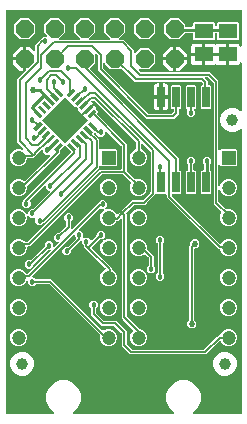
<source format=gbr>
G04 EAGLE Gerber RS-274X export*
G75*
%MOMM*%
%FSLAX34Y34*%
%LPD*%
%INTop Copper*%
%IPPOS*%
%AMOC8*
5,1,8,0,0,1.08239X$1,22.5*%
G01*
%ADD10R,1.200000X1.200000*%
%ADD11C,1.200000*%
%ADD12R,0.800000X0.300000*%
%ADD13R,2.800000X2.800000*%
%ADD14R,0.650000X1.750000*%
%ADD15P,1.649562X8X22.500000*%
%ADD16R,1.600000X1.300000*%
%ADD17C,1.000000*%
%ADD18C,0.254000*%
%ADD19C,0.152400*%
%ADD20C,0.457200*%
%ADD21C,0.525000*%

G36*
X42511Y-1127D02*
X42511Y-1127D01*
X42608Y-1117D01*
X42632Y-1107D01*
X42658Y-1103D01*
X42744Y-1057D01*
X42833Y-1017D01*
X42852Y-1000D01*
X42875Y-987D01*
X42942Y-917D01*
X43014Y-851D01*
X43027Y-828D01*
X43045Y-809D01*
X43086Y-721D01*
X43133Y-635D01*
X43137Y-610D01*
X43148Y-586D01*
X43159Y-489D01*
X43176Y-393D01*
X43173Y-367D01*
X43176Y-342D01*
X43155Y-246D01*
X43141Y-150D01*
X43129Y-127D01*
X43123Y-101D01*
X43073Y-18D01*
X43029Y69D01*
X43010Y88D01*
X42997Y110D01*
X42923Y173D01*
X42854Y241D01*
X42825Y257D01*
X42810Y270D01*
X42779Y282D01*
X42707Y322D01*
X42568Y380D01*
X38480Y4468D01*
X36267Y9809D01*
X36267Y15591D01*
X38480Y20932D01*
X42568Y25020D01*
X47909Y27233D01*
X53691Y27233D01*
X59032Y25020D01*
X63120Y20932D01*
X65333Y15591D01*
X65333Y9809D01*
X63120Y4468D01*
X59032Y380D01*
X58893Y322D01*
X58810Y271D01*
X58725Y225D01*
X58707Y207D01*
X58684Y193D01*
X58622Y118D01*
X58555Y47D01*
X58544Y23D01*
X58528Y3D01*
X58493Y-88D01*
X58452Y-176D01*
X58449Y-202D01*
X58439Y-226D01*
X58435Y-324D01*
X58424Y-420D01*
X58430Y-446D01*
X58429Y-472D01*
X58456Y-566D01*
X58477Y-661D01*
X58490Y-683D01*
X58497Y-708D01*
X58553Y-788D01*
X58603Y-872D01*
X58623Y-889D01*
X58638Y-910D01*
X58716Y-968D01*
X58790Y-1032D01*
X58814Y-1042D01*
X58835Y-1057D01*
X58927Y-1087D01*
X59018Y-1124D01*
X59050Y-1127D01*
X59069Y-1133D01*
X59102Y-1133D01*
X59185Y-1142D01*
X144015Y-1142D01*
X144111Y-1127D01*
X144208Y-1117D01*
X144232Y-1107D01*
X144258Y-1103D01*
X144344Y-1057D01*
X144433Y-1017D01*
X144452Y-1000D01*
X144475Y-987D01*
X144542Y-917D01*
X144614Y-851D01*
X144627Y-828D01*
X144645Y-809D01*
X144686Y-721D01*
X144733Y-635D01*
X144737Y-610D01*
X144748Y-586D01*
X144759Y-489D01*
X144776Y-393D01*
X144773Y-367D01*
X144776Y-342D01*
X144755Y-246D01*
X144741Y-150D01*
X144729Y-127D01*
X144723Y-101D01*
X144673Y-18D01*
X144629Y69D01*
X144610Y88D01*
X144597Y110D01*
X144523Y173D01*
X144454Y241D01*
X144425Y257D01*
X144410Y270D01*
X144379Y282D01*
X144307Y322D01*
X144168Y380D01*
X140080Y4468D01*
X137867Y9809D01*
X137867Y15591D01*
X140080Y20932D01*
X144168Y25020D01*
X149509Y27233D01*
X155291Y27233D01*
X160632Y25020D01*
X164720Y20932D01*
X166933Y15591D01*
X166933Y9809D01*
X164720Y4468D01*
X160632Y380D01*
X160493Y322D01*
X160410Y271D01*
X160325Y225D01*
X160307Y207D01*
X160284Y193D01*
X160222Y118D01*
X160155Y47D01*
X160144Y23D01*
X160128Y3D01*
X160093Y-88D01*
X160052Y-176D01*
X160049Y-202D01*
X160039Y-226D01*
X160035Y-324D01*
X160024Y-420D01*
X160030Y-446D01*
X160029Y-472D01*
X160056Y-566D01*
X160077Y-661D01*
X160090Y-683D01*
X160097Y-708D01*
X160153Y-788D01*
X160203Y-872D01*
X160223Y-889D01*
X160238Y-910D01*
X160316Y-968D01*
X160390Y-1032D01*
X160414Y-1042D01*
X160435Y-1057D01*
X160527Y-1087D01*
X160618Y-1124D01*
X160650Y-1127D01*
X160669Y-1133D01*
X160702Y-1133D01*
X160785Y-1142D01*
X200916Y-1142D01*
X200936Y-1139D01*
X200955Y-1141D01*
X201057Y-1119D01*
X201159Y-1103D01*
X201176Y-1093D01*
X201196Y-1089D01*
X201285Y-1036D01*
X201376Y-987D01*
X201390Y-973D01*
X201407Y-963D01*
X201474Y-884D01*
X201546Y-809D01*
X201554Y-791D01*
X201567Y-776D01*
X201606Y-680D01*
X201649Y-586D01*
X201651Y-566D01*
X201659Y-548D01*
X201677Y-381D01*
X201677Y239671D01*
X201666Y239742D01*
X201664Y239814D01*
X201646Y239863D01*
X201638Y239914D01*
X201604Y239977D01*
X201579Y240045D01*
X201547Y240085D01*
X201522Y240131D01*
X201470Y240181D01*
X201426Y240237D01*
X201382Y240265D01*
X201344Y240301D01*
X201279Y240331D01*
X201219Y240370D01*
X201168Y240382D01*
X201121Y240404D01*
X201050Y240412D01*
X200980Y240430D01*
X200928Y240426D01*
X200877Y240432D01*
X200806Y240416D01*
X200735Y240411D01*
X200687Y240390D01*
X200636Y240379D01*
X200575Y240342D01*
X200509Y240314D01*
X200453Y240270D01*
X200425Y240253D01*
X200410Y240235D01*
X200378Y240210D01*
X199340Y239172D01*
X195664Y237649D01*
X191686Y237649D01*
X188010Y239172D01*
X185197Y241985D01*
X183674Y245661D01*
X183674Y249639D01*
X185197Y253315D01*
X188010Y256128D01*
X191686Y257651D01*
X195664Y257651D01*
X199340Y256128D01*
X200378Y255090D01*
X200436Y255049D01*
X200488Y254999D01*
X200535Y254977D01*
X200577Y254947D01*
X200646Y254926D01*
X200711Y254896D01*
X200763Y254890D01*
X200813Y254875D01*
X200884Y254876D01*
X200955Y254868D01*
X201006Y254880D01*
X201058Y254881D01*
X201126Y254906D01*
X201196Y254921D01*
X201241Y254947D01*
X201289Y254965D01*
X201345Y255010D01*
X201407Y255047D01*
X201441Y255086D01*
X201481Y255119D01*
X201520Y255179D01*
X201567Y255234D01*
X201586Y255282D01*
X201614Y255326D01*
X201632Y255395D01*
X201659Y255462D01*
X201667Y255533D01*
X201675Y255564D01*
X201673Y255588D01*
X201677Y255629D01*
X201677Y295699D01*
X201673Y295723D01*
X201676Y295747D01*
X201654Y295844D01*
X201638Y295942D01*
X201626Y295963D01*
X201621Y295987D01*
X201569Y296072D01*
X201522Y296160D01*
X201505Y296176D01*
X201492Y296197D01*
X201416Y296261D01*
X201344Y296329D01*
X201322Y296339D01*
X201304Y296355D01*
X201211Y296391D01*
X201121Y296433D01*
X201097Y296435D01*
X201075Y296444D01*
X200975Y296449D01*
X200877Y296460D01*
X200853Y296455D01*
X200829Y296456D01*
X200733Y296428D01*
X200636Y296407D01*
X200616Y296395D01*
X200592Y296388D01*
X200510Y296332D01*
X200425Y296281D01*
X200409Y296263D01*
X200390Y296249D01*
X200330Y296170D01*
X200265Y296094D01*
X200256Y296072D01*
X200242Y296053D01*
X200181Y295896D01*
X200124Y295683D01*
X199789Y295104D01*
X199316Y294631D01*
X198737Y294296D01*
X198091Y294123D01*
X191279Y294123D01*
X191279Y302402D01*
X191276Y302422D01*
X191278Y302441D01*
X191256Y302543D01*
X191239Y302645D01*
X191230Y302662D01*
X191226Y302682D01*
X191173Y302771D01*
X191124Y302862D01*
X191110Y302876D01*
X191100Y302893D01*
X191021Y302960D01*
X190946Y303031D01*
X190928Y303040D01*
X190913Y303053D01*
X190817Y303091D01*
X190723Y303135D01*
X190703Y303137D01*
X190685Y303145D01*
X190518Y303163D01*
X189755Y303163D01*
X189755Y303165D01*
X190518Y303165D01*
X190538Y303168D01*
X190557Y303166D01*
X190659Y303188D01*
X190761Y303205D01*
X190778Y303214D01*
X190798Y303218D01*
X190887Y303271D01*
X190978Y303320D01*
X190992Y303334D01*
X191009Y303344D01*
X191076Y303423D01*
X191147Y303498D01*
X191156Y303516D01*
X191169Y303531D01*
X191208Y303627D01*
X191251Y303721D01*
X191253Y303741D01*
X191261Y303759D01*
X191279Y303926D01*
X191279Y312205D01*
X198091Y312205D01*
X198737Y312032D01*
X199316Y311697D01*
X199789Y311224D01*
X200124Y310645D01*
X200181Y310432D01*
X200191Y310410D01*
X200195Y310386D01*
X200241Y310298D01*
X200282Y310207D01*
X200298Y310190D01*
X200310Y310168D01*
X200382Y310100D01*
X200449Y310027D01*
X200470Y310016D01*
X200488Y309999D01*
X200578Y309957D01*
X200665Y309910D01*
X200689Y309906D01*
X200711Y309895D01*
X200810Y309884D01*
X200908Y309867D01*
X200932Y309871D01*
X200955Y309868D01*
X201052Y309889D01*
X201151Y309904D01*
X201172Y309915D01*
X201196Y309921D01*
X201281Y309972D01*
X201369Y310017D01*
X201386Y310034D01*
X201407Y310047D01*
X201472Y310122D01*
X201541Y310194D01*
X201551Y310215D01*
X201567Y310234D01*
X201604Y310326D01*
X201647Y310416D01*
X201650Y310439D01*
X201659Y310462D01*
X201677Y310629D01*
X201677Y340006D01*
X201674Y340026D01*
X201676Y340045D01*
X201654Y340147D01*
X201638Y340249D01*
X201628Y340266D01*
X201624Y340286D01*
X201571Y340375D01*
X201522Y340466D01*
X201508Y340480D01*
X201498Y340497D01*
X201419Y340564D01*
X201344Y340636D01*
X201326Y340644D01*
X201311Y340657D01*
X201215Y340696D01*
X201121Y340739D01*
X201101Y340741D01*
X201083Y340749D01*
X200916Y340767D01*
X2794Y340767D01*
X2774Y340764D01*
X2755Y340766D01*
X2653Y340744D01*
X2551Y340728D01*
X2534Y340718D01*
X2514Y340714D01*
X2425Y340661D01*
X2334Y340612D01*
X2320Y340598D01*
X2303Y340588D01*
X2236Y340509D01*
X2164Y340434D01*
X2156Y340416D01*
X2143Y340401D01*
X2104Y340305D01*
X2061Y340211D01*
X2059Y340191D01*
X2051Y340173D01*
X2033Y340006D01*
X2033Y-381D01*
X2036Y-401D01*
X2034Y-420D01*
X2056Y-522D01*
X2072Y-624D01*
X2082Y-641D01*
X2086Y-661D01*
X2139Y-750D01*
X2188Y-841D01*
X2202Y-855D01*
X2212Y-872D01*
X2291Y-939D01*
X2366Y-1011D01*
X2384Y-1019D01*
X2399Y-1032D01*
X2495Y-1071D01*
X2589Y-1114D01*
X2609Y-1116D01*
X2627Y-1124D01*
X2794Y-1142D01*
X42415Y-1142D01*
X42511Y-1127D01*
G37*
%LPC*%
G36*
X87454Y56229D02*
X87454Y56229D01*
X84781Y57336D01*
X82736Y59381D01*
X81629Y62054D01*
X81629Y64946D01*
X81703Y65125D01*
X81730Y65239D01*
X81759Y65352D01*
X81758Y65359D01*
X81760Y65365D01*
X81749Y65481D01*
X81740Y65598D01*
X81737Y65603D01*
X81736Y65610D01*
X81689Y65717D01*
X81643Y65824D01*
X81639Y65830D01*
X81636Y65834D01*
X81624Y65848D01*
X81538Y65955D01*
X39005Y108488D01*
X38931Y108541D01*
X38862Y108601D01*
X38831Y108613D01*
X38805Y108632D01*
X38718Y108659D01*
X38633Y108693D01*
X38592Y108697D01*
X38570Y108704D01*
X38538Y108703D01*
X38467Y108711D01*
X27697Y108711D01*
X27606Y108697D01*
X27516Y108689D01*
X27486Y108677D01*
X27454Y108672D01*
X27373Y108629D01*
X27289Y108593D01*
X27257Y108567D01*
X27236Y108556D01*
X27214Y108533D01*
X27158Y108488D01*
X25857Y107187D01*
X22911Y107187D01*
X20827Y109271D01*
X20827Y111095D01*
X20812Y111191D01*
X20802Y111288D01*
X20792Y111312D01*
X20788Y111337D01*
X20742Y111423D01*
X20702Y111512D01*
X20685Y111532D01*
X20672Y111555D01*
X20602Y111622D01*
X20536Y111693D01*
X20513Y111706D01*
X20494Y111724D01*
X20406Y111765D01*
X20320Y111812D01*
X20295Y111817D01*
X20271Y111828D01*
X20174Y111838D01*
X20078Y111856D01*
X20052Y111852D01*
X20027Y111855D01*
X19931Y111834D01*
X19835Y111820D01*
X19812Y111808D01*
X19786Y111803D01*
X19703Y111753D01*
X19616Y111708D01*
X19597Y111690D01*
X19575Y111676D01*
X19512Y111602D01*
X19444Y111533D01*
X19428Y111504D01*
X19415Y111489D01*
X19403Y111459D01*
X19363Y111386D01*
X18864Y110181D01*
X16819Y108136D01*
X14146Y107029D01*
X11254Y107029D01*
X8581Y108136D01*
X6536Y110181D01*
X5429Y112854D01*
X5429Y115746D01*
X6536Y118419D01*
X8581Y120464D01*
X11254Y121571D01*
X14146Y121571D01*
X16819Y120464D01*
X18864Y118419D01*
X19112Y117819D01*
X19174Y117719D01*
X19234Y117619D01*
X19239Y117615D01*
X19242Y117610D01*
X19332Y117535D01*
X19421Y117459D01*
X19427Y117457D01*
X19431Y117453D01*
X19540Y117411D01*
X19649Y117367D01*
X19656Y117366D01*
X19661Y117365D01*
X19679Y117364D01*
X19816Y117349D01*
X20179Y117349D01*
X20269Y117363D01*
X20360Y117371D01*
X20389Y117383D01*
X20421Y117388D01*
X20502Y117431D01*
X20586Y117467D01*
X20618Y117493D01*
X20639Y117504D01*
X20661Y117527D01*
X20717Y117572D01*
X39640Y136495D01*
X39682Y136553D01*
X39731Y136605D01*
X39753Y136652D01*
X39784Y136694D01*
X39805Y136763D01*
X39835Y136828D01*
X39841Y136880D01*
X39856Y136930D01*
X39854Y137001D01*
X39862Y137072D01*
X39851Y137123D01*
X39850Y137175D01*
X39825Y137243D01*
X39810Y137313D01*
X39783Y137358D01*
X39765Y137406D01*
X39720Y137462D01*
X39684Y137524D01*
X39644Y137558D01*
X39611Y137598D01*
X39551Y137637D01*
X39497Y137684D01*
X39448Y137703D01*
X39404Y137731D01*
X39335Y137749D01*
X39268Y137776D01*
X39197Y137784D01*
X39166Y137792D01*
X39143Y137790D01*
X39102Y137794D01*
X38114Y137794D01*
X38024Y137780D01*
X37933Y137772D01*
X37904Y137760D01*
X37872Y137755D01*
X37791Y137712D01*
X37707Y137676D01*
X37675Y137650D01*
X37654Y137639D01*
X37632Y137616D01*
X37576Y137571D01*
X25116Y125111D01*
X25063Y125037D01*
X25003Y124968D01*
X24991Y124937D01*
X24972Y124911D01*
X24945Y124824D01*
X24911Y124739D01*
X24907Y124698D01*
X24900Y124676D01*
X24901Y124644D01*
X24893Y124573D01*
X24893Y124003D01*
X22809Y121919D01*
X19863Y121919D01*
X17779Y124003D01*
X17779Y126949D01*
X19863Y129033D01*
X22973Y129033D01*
X23063Y129047D01*
X23154Y129055D01*
X23183Y129067D01*
X23215Y129072D01*
X23296Y129115D01*
X23380Y129151D01*
X23412Y129177D01*
X23433Y129188D01*
X23455Y129211D01*
X23511Y129256D01*
X34701Y140446D01*
X34754Y140520D01*
X34814Y140589D01*
X34826Y140620D01*
X34845Y140646D01*
X34872Y140733D01*
X34906Y140818D01*
X34910Y140859D01*
X34917Y140881D01*
X34916Y140913D01*
X34924Y140984D01*
X34924Y142824D01*
X37008Y144908D01*
X39954Y144908D01*
X42038Y142824D01*
X42038Y140730D01*
X42049Y140660D01*
X42051Y140588D01*
X42069Y140539D01*
X42077Y140488D01*
X42111Y140424D01*
X42136Y140357D01*
X42168Y140316D01*
X42193Y140270D01*
X42244Y140221D01*
X42289Y140165D01*
X42333Y140137D01*
X42371Y140101D01*
X42436Y140071D01*
X42496Y140032D01*
X42547Y140019D01*
X42594Y139997D01*
X42665Y139989D01*
X42735Y139972D01*
X42787Y139976D01*
X42838Y139970D01*
X42909Y139985D01*
X42980Y139991D01*
X43028Y140011D01*
X43079Y140022D01*
X43140Y140059D01*
X43206Y140087D01*
X43262Y140132D01*
X43290Y140148D01*
X43305Y140166D01*
X43337Y140192D01*
X46562Y143416D01*
X46603Y143474D01*
X46653Y143526D01*
X46675Y143574D01*
X46705Y143616D01*
X46726Y143684D01*
X46756Y143750D01*
X46762Y143801D01*
X46777Y143851D01*
X46776Y143923D01*
X46783Y143994D01*
X46772Y144045D01*
X46771Y144097D01*
X46746Y144164D01*
X46731Y144234D01*
X46705Y144279D01*
X46687Y144328D01*
X46642Y144384D01*
X46605Y144445D01*
X46565Y144479D01*
X46533Y144520D01*
X46473Y144559D01*
X46418Y144605D01*
X46370Y144625D01*
X46326Y144653D01*
X46257Y144670D01*
X46190Y144697D01*
X46119Y144705D01*
X46087Y144713D01*
X46064Y144711D01*
X46023Y144716D01*
X44945Y144716D01*
X42862Y146799D01*
X42862Y149746D01*
X44945Y151829D01*
X46785Y151829D01*
X46875Y151844D01*
X46966Y151851D01*
X46996Y151864D01*
X47028Y151869D01*
X47109Y151912D01*
X47192Y151947D01*
X47225Y151973D01*
X47245Y151984D01*
X47267Y152007D01*
X47323Y152052D01*
X52799Y157528D01*
X52852Y157601D01*
X52911Y157671D01*
X52924Y157701D01*
X52942Y157727D01*
X52969Y157814D01*
X53003Y157899D01*
X53008Y157940D01*
X53015Y157962D01*
X53014Y157995D01*
X53022Y158066D01*
X53022Y161851D01*
X53007Y161941D01*
X53000Y162032D01*
X52987Y162062D01*
X52982Y162094D01*
X52939Y162174D01*
X52904Y162258D01*
X52878Y162290D01*
X52867Y162311D01*
X52844Y162333D01*
X52799Y162389D01*
X51498Y163690D01*
X51498Y166637D01*
X53581Y168720D01*
X56528Y168720D01*
X58611Y166637D01*
X58611Y163690D01*
X57310Y162389D01*
X57257Y162315D01*
X57198Y162246D01*
X57186Y162216D01*
X57167Y162190D01*
X57140Y162102D01*
X57106Y162018D01*
X57101Y161977D01*
X57094Y161954D01*
X57095Y161922D01*
X57087Y161851D01*
X57087Y155780D01*
X57099Y155709D01*
X57101Y155637D01*
X57119Y155588D01*
X57127Y155537D01*
X57161Y155474D01*
X57185Y155406D01*
X57218Y155366D01*
X57242Y155320D01*
X57294Y155270D01*
X57339Y155214D01*
X57383Y155186D01*
X57420Y155150D01*
X57485Y155120D01*
X57546Y155081D01*
X57596Y155069D01*
X57643Y155047D01*
X57715Y155039D01*
X57784Y155021D01*
X57836Y155025D01*
X57888Y155020D01*
X57958Y155035D01*
X58029Y155040D01*
X58077Y155061D01*
X58128Y155072D01*
X58190Y155109D01*
X58256Y155137D01*
X58312Y155181D01*
X58339Y155198D01*
X58355Y155216D01*
X58387Y155241D01*
X80040Y176895D01*
X80093Y176969D01*
X80153Y177038D01*
X80165Y177069D01*
X80184Y177095D01*
X80211Y177182D01*
X80245Y177267D01*
X80249Y177308D01*
X80256Y177330D01*
X80255Y177362D01*
X80263Y177433D01*
X80263Y177749D01*
X82347Y179833D01*
X85293Y179833D01*
X87377Y177749D01*
X87377Y174803D01*
X85877Y173303D01*
X85820Y173223D01*
X85758Y173149D01*
X85748Y173124D01*
X85733Y173103D01*
X85704Y173010D01*
X85670Y172919D01*
X85668Y172893D01*
X85661Y172868D01*
X85663Y172771D01*
X85659Y172673D01*
X85666Y172648D01*
X85667Y172622D01*
X85701Y172530D01*
X85728Y172437D01*
X85743Y172416D01*
X85752Y172391D01*
X85812Y172315D01*
X85868Y172235D01*
X85889Y172219D01*
X85905Y172199D01*
X85987Y172146D01*
X86065Y172088D01*
X86090Y172080D01*
X86112Y172066D01*
X86207Y172042D01*
X86299Y172012D01*
X86325Y172012D01*
X86351Y172006D01*
X86448Y172013D01*
X86545Y172014D01*
X86577Y172024D01*
X86596Y172025D01*
X86626Y172038D01*
X86706Y172061D01*
X87454Y172371D01*
X90346Y172371D01*
X93019Y171264D01*
X95064Y169219D01*
X95567Y168003D01*
X95592Y167964D01*
X95607Y167921D01*
X95656Y167860D01*
X95697Y167794D01*
X95732Y167764D01*
X95761Y167729D01*
X95826Y167687D01*
X95887Y167637D01*
X95929Y167620D01*
X95968Y167596D01*
X96044Y167577D01*
X96116Y167549D01*
X96162Y167547D01*
X96207Y167536D01*
X96284Y167542D01*
X96362Y167538D01*
X96406Y167551D01*
X96452Y167555D01*
X96523Y167585D01*
X96598Y167607D01*
X96636Y167633D01*
X96678Y167651D01*
X96785Y167736D01*
X96800Y167747D01*
X96803Y167751D01*
X96809Y167756D01*
X98328Y169275D01*
X99965Y170912D01*
X108886Y179833D01*
X117715Y179833D01*
X117805Y179847D01*
X117896Y179855D01*
X117925Y179867D01*
X117957Y179872D01*
X118038Y179915D01*
X118122Y179951D01*
X118154Y179977D01*
X118175Y179988D01*
X118197Y180011D01*
X118253Y180056D01*
X124236Y186039D01*
X124289Y186113D01*
X124349Y186182D01*
X124361Y186213D01*
X124380Y186239D01*
X124407Y186326D01*
X124441Y186411D01*
X124445Y186452D01*
X124452Y186474D01*
X124451Y186506D01*
X124459Y186577D01*
X124459Y220839D01*
X124445Y220929D01*
X124437Y221020D01*
X124425Y221049D01*
X124420Y221081D01*
X124377Y221162D01*
X124341Y221246D01*
X124315Y221278D01*
X124304Y221299D01*
X124281Y221321D01*
X124236Y221377D01*
X117632Y227981D01*
X117574Y228023D01*
X117522Y228072D01*
X117475Y228094D01*
X117433Y228125D01*
X117364Y228146D01*
X117299Y228176D01*
X117247Y228182D01*
X117197Y228197D01*
X117126Y228195D01*
X117055Y228203D01*
X117004Y228192D01*
X116952Y228191D01*
X116884Y228166D01*
X116814Y228151D01*
X116769Y228124D01*
X116721Y228106D01*
X116665Y228061D01*
X116603Y228025D01*
X116569Y227985D01*
X116529Y227952D01*
X116490Y227892D01*
X116443Y227838D01*
X116424Y227789D01*
X116396Y227745D01*
X116378Y227676D01*
X116351Y227609D01*
X116343Y227538D01*
X116335Y227507D01*
X116337Y227484D01*
X116333Y227443D01*
X116333Y223436D01*
X116352Y223322D01*
X116369Y223206D01*
X116371Y223200D01*
X116372Y223194D01*
X116427Y223091D01*
X116480Y222986D01*
X116485Y222982D01*
X116488Y222976D01*
X116572Y222896D01*
X116656Y222814D01*
X116662Y222810D01*
X116666Y222807D01*
X116683Y222799D01*
X116719Y222779D01*
X116723Y222776D01*
X116732Y222772D01*
X116803Y222733D01*
X118419Y222064D01*
X120464Y220019D01*
X121571Y217346D01*
X121571Y214454D01*
X120464Y211781D01*
X118419Y209736D01*
X115746Y208629D01*
X112854Y208629D01*
X110181Y209736D01*
X108136Y211781D01*
X107029Y214454D01*
X107029Y217346D01*
X108136Y220019D01*
X110181Y222064D01*
X111797Y222733D01*
X111897Y222795D01*
X111915Y222806D01*
X111942Y222820D01*
X111946Y222824D01*
X111997Y222855D01*
X112001Y222859D01*
X112006Y222863D01*
X112081Y222953D01*
X112157Y223042D01*
X112159Y223047D01*
X112163Y223052D01*
X112205Y223161D01*
X112249Y223270D01*
X112250Y223277D01*
X112251Y223282D01*
X112252Y223300D01*
X112267Y223436D01*
X112267Y228459D01*
X112253Y228549D01*
X112245Y228640D01*
X112233Y228669D01*
X112228Y228701D01*
X112185Y228782D01*
X112149Y228866D01*
X112123Y228898D01*
X112112Y228919D01*
X112089Y228941D01*
X112044Y228997D01*
X77168Y263873D01*
X77095Y263926D01*
X77025Y263985D01*
X76995Y263998D01*
X76969Y264016D01*
X76882Y264043D01*
X76797Y264077D01*
X76756Y264082D01*
X76734Y264089D01*
X76701Y264088D01*
X76630Y264096D01*
X75198Y264096D01*
X75108Y264081D01*
X75017Y264074D01*
X74988Y264061D01*
X74956Y264056D01*
X74875Y264013D01*
X74791Y263978D01*
X74759Y263952D01*
X74738Y263941D01*
X74716Y263918D01*
X74660Y263873D01*
X74566Y263778D01*
X74497Y263683D01*
X74426Y263586D01*
X74424Y263582D01*
X74422Y263579D01*
X74387Y263466D01*
X74351Y263352D01*
X74351Y263348D01*
X74350Y263344D01*
X74353Y263225D01*
X74355Y263106D01*
X74356Y263102D01*
X74356Y263098D01*
X74397Y262985D01*
X74437Y262874D01*
X74439Y262871D01*
X74441Y262867D01*
X74515Y262774D01*
X74588Y262680D01*
X74592Y262677D01*
X74594Y262675D01*
X74606Y262667D01*
X74723Y262581D01*
X74907Y262475D01*
X75666Y261716D01*
X71041Y257091D01*
X71029Y257075D01*
X71014Y257063D01*
X70958Y256975D01*
X70898Y256892D01*
X70892Y256873D01*
X70881Y256856D01*
X70855Y256755D01*
X70825Y256656D01*
X70826Y256636D01*
X70821Y256617D01*
X70829Y256514D01*
X70832Y256411D01*
X70838Y256392D01*
X70840Y256372D01*
X70880Y256277D01*
X70916Y256180D01*
X70928Y256164D01*
X70936Y256146D01*
X71041Y256015D01*
X71041Y256014D01*
X71057Y256003D01*
X71070Y255987D01*
X71157Y255931D01*
X71241Y255871D01*
X71260Y255865D01*
X71277Y255854D01*
X71377Y255829D01*
X71476Y255799D01*
X71496Y255799D01*
X71515Y255794D01*
X71618Y255802D01*
X71722Y255805D01*
X71741Y255812D01*
X71761Y255813D01*
X71855Y255854D01*
X71953Y255889D01*
X71969Y255902D01*
X71987Y255910D01*
X72118Y256014D01*
X76743Y260639D01*
X77501Y259880D01*
X77836Y259301D01*
X78009Y258655D01*
X78009Y257892D01*
X78024Y257802D01*
X78031Y257711D01*
X78044Y257681D01*
X78049Y257649D01*
X78091Y257569D01*
X78127Y257485D01*
X78153Y257453D01*
X78164Y257432D01*
X78187Y257410D01*
X78232Y257354D01*
X80275Y255311D01*
X80275Y254258D01*
X79322Y253306D01*
X79310Y253289D01*
X79295Y253277D01*
X79238Y253190D01*
X79178Y253106D01*
X79172Y253087D01*
X79162Y253070D01*
X79136Y252970D01*
X79106Y252871D01*
X79106Y252851D01*
X79101Y252832D01*
X79109Y252729D01*
X79112Y252625D01*
X79119Y252606D01*
X79121Y252586D01*
X79161Y252491D01*
X79197Y252394D01*
X79209Y252378D01*
X79217Y252360D01*
X79322Y252229D01*
X104141Y227410D01*
X104141Y204992D01*
X104155Y204902D01*
X104163Y204811D01*
X104175Y204782D01*
X104180Y204750D01*
X104223Y204669D01*
X104259Y204585D01*
X104285Y204553D01*
X104296Y204532D01*
X104303Y204526D01*
X104307Y204496D01*
X104350Y204415D01*
X104386Y204331D01*
X104412Y204299D01*
X104423Y204278D01*
X104446Y204256D01*
X104491Y204200D01*
X111127Y197564D01*
X111221Y197496D01*
X111315Y197426D01*
X111321Y197424D01*
X111326Y197420D01*
X111438Y197386D01*
X111549Y197350D01*
X111556Y197350D01*
X111562Y197348D01*
X111678Y197351D01*
X111795Y197352D01*
X111802Y197354D01*
X111807Y197354D01*
X111825Y197361D01*
X111956Y197399D01*
X112854Y197771D01*
X115746Y197771D01*
X118419Y196664D01*
X120464Y194619D01*
X121571Y191946D01*
X121571Y189054D01*
X120464Y186381D01*
X118419Y184336D01*
X115746Y183229D01*
X112854Y183229D01*
X110181Y184336D01*
X108136Y186381D01*
X107029Y189054D01*
X107029Y191946D01*
X107996Y194281D01*
X108023Y194394D01*
X108051Y194508D01*
X108051Y194514D01*
X108052Y194520D01*
X108041Y194637D01*
X108032Y194753D01*
X108030Y194759D01*
X108029Y194765D01*
X107981Y194872D01*
X107936Y194979D01*
X107931Y194985D01*
X107929Y194990D01*
X107917Y195003D01*
X107831Y195110D01*
X101552Y201389D01*
X101489Y201452D01*
X101415Y201505D01*
X101346Y201565D01*
X101315Y201577D01*
X101289Y201596D01*
X101202Y201623D01*
X101117Y201657D01*
X101076Y201661D01*
X101054Y201668D01*
X101022Y201667D01*
X100951Y201675D01*
X83898Y201675D01*
X83808Y201661D01*
X83717Y201653D01*
X83687Y201641D01*
X83655Y201636D01*
X83574Y201593D01*
X83491Y201557D01*
X83458Y201531D01*
X83438Y201520D01*
X83416Y201497D01*
X83360Y201452D01*
X22623Y140715D01*
X20732Y140715D01*
X20712Y140712D01*
X20693Y140714D01*
X20591Y140692D01*
X20489Y140676D01*
X20472Y140666D01*
X20452Y140662D01*
X20363Y140609D01*
X20272Y140560D01*
X20258Y140546D01*
X20241Y140536D01*
X20174Y140457D01*
X20102Y140382D01*
X20094Y140364D01*
X20081Y140349D01*
X20042Y140253D01*
X19999Y140159D01*
X19997Y140139D01*
X19989Y140121D01*
X19971Y139954D01*
X19971Y138254D01*
X18864Y135581D01*
X16819Y133536D01*
X14146Y132429D01*
X11254Y132429D01*
X8581Y133536D01*
X6536Y135581D01*
X5429Y138254D01*
X5429Y141146D01*
X6536Y143819D01*
X8581Y145864D01*
X11254Y146971D01*
X14146Y146971D01*
X16819Y145864D01*
X17679Y145004D01*
X17753Y144951D01*
X17822Y144891D01*
X17852Y144879D01*
X17878Y144860D01*
X17965Y144833D01*
X18050Y144799D01*
X18091Y144795D01*
X18114Y144788D01*
X18146Y144789D01*
X18217Y144781D01*
X20623Y144781D01*
X20713Y144795D01*
X20804Y144803D01*
X20834Y144815D01*
X20866Y144820D01*
X20947Y144863D01*
X21030Y144899D01*
X21063Y144925D01*
X21083Y144936D01*
X21105Y144959D01*
X21161Y145004D01*
X81898Y205741D01*
X99314Y205741D01*
X99334Y205744D01*
X99353Y205742D01*
X99455Y205764D01*
X99557Y205780D01*
X99574Y205790D01*
X99594Y205794D01*
X99683Y205847D01*
X99774Y205896D01*
X99788Y205910D01*
X99805Y205920D01*
X99872Y205999D01*
X99944Y206074D01*
X99952Y206092D01*
X99965Y206107D01*
X100004Y206203D01*
X100047Y206297D01*
X100049Y206317D01*
X100057Y206335D01*
X100075Y206502D01*
X100075Y225411D01*
X100061Y225501D01*
X100053Y225592D01*
X100041Y225621D01*
X100036Y225653D01*
X99993Y225734D01*
X99957Y225818D01*
X99931Y225850D01*
X99920Y225871D01*
X99897Y225893D01*
X99852Y225949D01*
X87152Y238649D01*
X87094Y238691D01*
X87042Y238740D01*
X86995Y238762D01*
X86953Y238793D01*
X86884Y238814D01*
X86819Y238844D01*
X86767Y238850D01*
X86717Y238865D01*
X86646Y238863D01*
X86575Y238871D01*
X86524Y238860D01*
X86472Y238859D01*
X86404Y238834D01*
X86334Y238819D01*
X86289Y238792D01*
X86241Y238774D01*
X86185Y238729D01*
X86123Y238693D01*
X86089Y238653D01*
X86049Y238620D01*
X86010Y238560D01*
X85963Y238506D01*
X85944Y238457D01*
X85916Y238413D01*
X85898Y238344D01*
X85871Y238277D01*
X85863Y238206D01*
X85855Y238175D01*
X85857Y238152D01*
X85853Y238111D01*
X85853Y235763D01*
X83769Y233679D01*
X80823Y233679D01*
X78727Y235775D01*
X78725Y235788D01*
X78717Y235879D01*
X78705Y235908D01*
X78700Y235940D01*
X78657Y236021D01*
X78621Y236105D01*
X78595Y236137D01*
X78584Y236158D01*
X78561Y236180D01*
X78516Y236236D01*
X77993Y236759D01*
X77977Y236770D01*
X77965Y236786D01*
X77878Y236842D01*
X77794Y236902D01*
X77775Y236908D01*
X77758Y236919D01*
X77657Y236944D01*
X77559Y236975D01*
X77539Y236974D01*
X77519Y236979D01*
X77416Y236971D01*
X77313Y236968D01*
X77294Y236961D01*
X77274Y236960D01*
X77179Y236919D01*
X77082Y236884D01*
X77066Y236871D01*
X77048Y236864D01*
X76917Y236759D01*
X76741Y236583D01*
X76729Y236566D01*
X76714Y236554D01*
X76658Y236467D01*
X76597Y236383D01*
X76591Y236364D01*
X76581Y236347D01*
X76555Y236246D01*
X76525Y236148D01*
X76525Y236128D01*
X76520Y236108D01*
X76529Y236005D01*
X76531Y235902D01*
X76538Y235883D01*
X76540Y235863D01*
X76580Y235768D01*
X76616Y235671D01*
X76628Y235655D01*
X76636Y235637D01*
X76741Y235506D01*
X79613Y232634D01*
X81027Y231220D01*
X81027Y223662D01*
X81038Y223591D01*
X81040Y223519D01*
X81058Y223470D01*
X81066Y223419D01*
X81100Y223356D01*
X81125Y223288D01*
X81157Y223247D01*
X81182Y223201D01*
X81233Y223152D01*
X81278Y223096D01*
X81322Y223068D01*
X81360Y223032D01*
X81425Y223002D01*
X81485Y222963D01*
X81536Y222950D01*
X81583Y222928D01*
X81654Y222921D01*
X81724Y222903D01*
X81776Y222907D01*
X81827Y222901D01*
X81898Y222917D01*
X81969Y222922D01*
X82017Y222943D01*
X82068Y222954D01*
X82129Y222990D01*
X82195Y223019D01*
X82251Y223063D01*
X82279Y223080D01*
X82294Y223098D01*
X82326Y223123D01*
X82374Y223171D01*
X95426Y223171D01*
X96171Y222426D01*
X96171Y209374D01*
X95426Y208629D01*
X82374Y208629D01*
X82326Y208677D01*
X82268Y208719D01*
X82216Y208768D01*
X82169Y208790D01*
X82127Y208820D01*
X82058Y208841D01*
X81993Y208872D01*
X81941Y208877D01*
X81891Y208893D01*
X81820Y208891D01*
X81749Y208899D01*
X81698Y208888D01*
X81646Y208886D01*
X81578Y208862D01*
X81508Y208846D01*
X81463Y208820D01*
X81415Y208802D01*
X81359Y208757D01*
X81297Y208720D01*
X81263Y208681D01*
X81223Y208648D01*
X81184Y208588D01*
X81137Y208533D01*
X81118Y208485D01*
X81090Y208441D01*
X81072Y208372D01*
X81045Y208305D01*
X81037Y208234D01*
X81029Y208203D01*
X81031Y208179D01*
X81027Y208138D01*
X81027Y207184D01*
X34370Y160527D01*
X33793Y160527D01*
X33702Y160513D01*
X33612Y160505D01*
X33582Y160493D01*
X33550Y160488D01*
X33469Y160445D01*
X33385Y160409D01*
X33353Y160383D01*
X33332Y160372D01*
X33310Y160349D01*
X33254Y160304D01*
X31953Y159003D01*
X29007Y159003D01*
X26923Y161087D01*
X26923Y164338D01*
X26920Y164358D01*
X26922Y164377D01*
X26900Y164479D01*
X26884Y164581D01*
X26874Y164598D01*
X26870Y164618D01*
X26817Y164707D01*
X26768Y164798D01*
X26754Y164812D01*
X26744Y164829D01*
X26665Y164896D01*
X26590Y164968D01*
X26572Y164976D01*
X26557Y164989D01*
X26461Y165028D01*
X26367Y165071D01*
X26347Y165073D01*
X26329Y165081D01*
X26162Y165099D01*
X22911Y165099D01*
X21270Y166740D01*
X21212Y166782D01*
X21160Y166831D01*
X21113Y166853D01*
X21071Y166883D01*
X21002Y166904D01*
X20937Y166935D01*
X20885Y166940D01*
X20835Y166956D01*
X20764Y166954D01*
X20693Y166962D01*
X20642Y166951D01*
X20590Y166949D01*
X20522Y166925D01*
X20452Y166909D01*
X20407Y166883D01*
X20359Y166865D01*
X20303Y166820D01*
X20241Y166783D01*
X20207Y166744D01*
X20167Y166711D01*
X20128Y166651D01*
X20081Y166596D01*
X20062Y166548D01*
X20034Y166504D01*
X20016Y166435D01*
X19989Y166368D01*
X19981Y166297D01*
X19973Y166266D01*
X19975Y166242D01*
X19971Y166201D01*
X19971Y163654D01*
X18864Y160981D01*
X16819Y158936D01*
X14146Y157829D01*
X11254Y157829D01*
X8581Y158936D01*
X6536Y160981D01*
X5429Y163654D01*
X5429Y166546D01*
X6536Y169219D01*
X8581Y171264D01*
X11254Y172371D01*
X14146Y172371D01*
X16819Y171264D01*
X18864Y169219D01*
X19363Y168014D01*
X19414Y167931D01*
X19460Y167845D01*
X19479Y167827D01*
X19492Y167805D01*
X19567Y167743D01*
X19638Y167676D01*
X19662Y167665D01*
X19682Y167648D01*
X19773Y167613D01*
X19861Y167572D01*
X19887Y167569D01*
X19911Y167560D01*
X20009Y167556D01*
X20105Y167545D01*
X20131Y167551D01*
X20157Y167550D01*
X20251Y167577D01*
X20346Y167597D01*
X20368Y167611D01*
X20393Y167618D01*
X20473Y167674D01*
X20557Y167724D01*
X20574Y167743D01*
X20595Y167758D01*
X20654Y167837D01*
X20717Y167911D01*
X20727Y167935D01*
X20742Y167956D01*
X20772Y168048D01*
X20809Y168139D01*
X20812Y168171D01*
X20818Y168190D01*
X20818Y168223D01*
X20827Y168305D01*
X20827Y170129D01*
X22911Y172213D01*
X24751Y172213D01*
X24841Y172227D01*
X24932Y172235D01*
X24961Y172247D01*
X24993Y172252D01*
X25074Y172295D01*
X25158Y172331D01*
X25190Y172357D01*
X25211Y172368D01*
X25233Y172391D01*
X25289Y172436D01*
X39386Y186533D01*
X39428Y186591D01*
X39477Y186643D01*
X39499Y186690D01*
X39530Y186732D01*
X39551Y186801D01*
X39581Y186866D01*
X39587Y186918D01*
X39602Y186968D01*
X39600Y187039D01*
X39608Y187110D01*
X39597Y187161D01*
X39596Y187213D01*
X39571Y187281D01*
X39556Y187351D01*
X39529Y187396D01*
X39511Y187444D01*
X39466Y187500D01*
X39430Y187562D01*
X39390Y187596D01*
X39357Y187636D01*
X39297Y187675D01*
X39243Y187722D01*
X39194Y187741D01*
X39150Y187769D01*
X39081Y187787D01*
X39014Y187814D01*
X38943Y187822D01*
X38912Y187830D01*
X38889Y187828D01*
X38848Y187832D01*
X38024Y187832D01*
X35940Y189916D01*
X35940Y191245D01*
X35929Y191316D01*
X35927Y191388D01*
X35909Y191437D01*
X35901Y191488D01*
X35867Y191551D01*
X35842Y191619D01*
X35810Y191660D01*
X35785Y191705D01*
X35733Y191755D01*
X35688Y191811D01*
X35645Y191839D01*
X35607Y191875D01*
X35542Y191905D01*
X35481Y191944D01*
X35431Y191956D01*
X35384Y191978D01*
X35313Y191986D01*
X35243Y192004D01*
X35191Y192000D01*
X35140Y192005D01*
X35069Y191990D01*
X34998Y191984D01*
X34950Y191964D01*
X34899Y191953D01*
X34837Y191916D01*
X34771Y191888D01*
X34716Y191843D01*
X34688Y191827D01*
X34673Y191809D01*
X34640Y191783D01*
X22564Y179693D01*
X22552Y179677D01*
X22537Y179665D01*
X22481Y179578D01*
X22421Y179494D01*
X22415Y179475D01*
X22404Y179458D01*
X22379Y179358D01*
X22348Y179259D01*
X22349Y179239D01*
X22344Y179220D01*
X22352Y179116D01*
X22355Y179013D01*
X22362Y178994D01*
X22363Y178974D01*
X22404Y178879D01*
X22439Y178782D01*
X22452Y178766D01*
X22459Y178748D01*
X22564Y178617D01*
X22861Y178321D01*
X22861Y175374D01*
X20777Y173291D01*
X17831Y173291D01*
X15747Y175374D01*
X15747Y178321D01*
X16794Y179367D01*
X16847Y179441D01*
X16907Y179511D01*
X16919Y179541D01*
X16937Y179567D01*
X16964Y179654D01*
X16998Y179739D01*
X17003Y179780D01*
X17010Y179802D01*
X17009Y179834D01*
X17015Y179892D01*
X17623Y180500D01*
X57128Y220048D01*
X57139Y220064D01*
X57155Y220076D01*
X57211Y220163D01*
X57271Y220247D01*
X57277Y220266D01*
X57288Y220283D01*
X57313Y220383D01*
X57344Y220483D01*
X57343Y220502D01*
X57348Y220521D01*
X57340Y220625D01*
X57337Y220729D01*
X57330Y220747D01*
X57329Y220767D01*
X57288Y220862D01*
X57252Y220959D01*
X57240Y220975D01*
X57232Y220993D01*
X57128Y221124D01*
X53100Y225151D01*
X53026Y225204D01*
X52957Y225264D01*
X52927Y225276D01*
X52901Y225295D01*
X52814Y225321D01*
X52729Y225356D01*
X52688Y225360D01*
X52666Y225367D01*
X52633Y225366D01*
X52562Y225374D01*
X51705Y225374D01*
X51615Y225359D01*
X51524Y225352D01*
X51495Y225340D01*
X51463Y225334D01*
X51382Y225292D01*
X51298Y225256D01*
X51266Y225230D01*
X51245Y225219D01*
X51223Y225196D01*
X51167Y225151D01*
X47976Y221960D01*
X47923Y221886D01*
X47863Y221816D01*
X47851Y221786D01*
X47832Y221760D01*
X47805Y221673D01*
X47771Y221588D01*
X47767Y221547D01*
X47760Y221525D01*
X47761Y221493D01*
X47753Y221421D01*
X47753Y219630D01*
X20194Y192071D01*
X20141Y191997D01*
X20081Y191928D01*
X20069Y191897D01*
X20050Y191871D01*
X20023Y191784D01*
X19989Y191699D01*
X19985Y191658D01*
X19978Y191636D01*
X19979Y191604D01*
X19971Y191533D01*
X19971Y189054D01*
X18864Y186381D01*
X16819Y184336D01*
X14146Y183229D01*
X11254Y183229D01*
X8581Y184336D01*
X6536Y186381D01*
X5429Y189054D01*
X5429Y191946D01*
X6536Y194619D01*
X8581Y196664D01*
X11254Y197771D01*
X14146Y197771D01*
X16819Y196664D01*
X17390Y196093D01*
X17406Y196081D01*
X17418Y196066D01*
X17505Y196010D01*
X17589Y195949D01*
X17608Y195943D01*
X17625Y195933D01*
X17726Y195907D01*
X17824Y195877D01*
X17844Y195877D01*
X17864Y195873D01*
X17967Y195881D01*
X18070Y195883D01*
X18089Y195890D01*
X18109Y195892D01*
X18204Y195932D01*
X18301Y195968D01*
X18317Y195980D01*
X18335Y195988D01*
X18466Y196093D01*
X39513Y217140D01*
X39555Y217198D01*
X39604Y217250D01*
X39626Y217297D01*
X39657Y217339D01*
X39678Y217408D01*
X39708Y217473D01*
X39714Y217525D01*
X39729Y217575D01*
X39727Y217646D01*
X39735Y217717D01*
X39724Y217768D01*
X39723Y217820D01*
X39698Y217888D01*
X39683Y217958D01*
X39656Y218002D01*
X39638Y218051D01*
X39593Y218107D01*
X39557Y218169D01*
X39517Y218203D01*
X39484Y218243D01*
X39424Y218282D01*
X39370Y218329D01*
X39321Y218348D01*
X39277Y218376D01*
X39208Y218394D01*
X39141Y218421D01*
X39070Y218429D01*
X39039Y218437D01*
X39016Y218435D01*
X38975Y218439D01*
X35738Y218439D01*
X33654Y220523D01*
X33654Y221982D01*
X33643Y222052D01*
X33641Y222124D01*
X33623Y222173D01*
X33615Y222224D01*
X33581Y222288D01*
X33556Y222355D01*
X33524Y222396D01*
X33499Y222442D01*
X33447Y222491D01*
X33403Y222547D01*
X33359Y222575D01*
X33321Y222611D01*
X33256Y222641D01*
X33196Y222680D01*
X33145Y222693D01*
X33098Y222715D01*
X33027Y222723D01*
X32957Y222740D01*
X32905Y222736D01*
X32854Y222742D01*
X32783Y222727D01*
X32712Y222721D01*
X32664Y222701D01*
X32613Y222690D01*
X32552Y222653D01*
X32486Y222625D01*
X32430Y222580D01*
X32402Y222564D01*
X32387Y222546D01*
X32355Y222520D01*
X28545Y218710D01*
X28492Y218636D01*
X28432Y218567D01*
X28420Y218536D01*
X28401Y218510D01*
X28374Y218423D01*
X28367Y218405D01*
X25353Y215391D01*
X20732Y215391D01*
X20712Y215388D01*
X20693Y215390D01*
X20591Y215368D01*
X20489Y215352D01*
X20472Y215342D01*
X20452Y215338D01*
X20363Y215285D01*
X20272Y215236D01*
X20258Y215222D01*
X20241Y215212D01*
X20174Y215133D01*
X20102Y215058D01*
X20094Y215040D01*
X20081Y215025D01*
X20042Y214929D01*
X19999Y214835D01*
X19997Y214815D01*
X19989Y214797D01*
X19971Y214630D01*
X19971Y214454D01*
X18864Y211781D01*
X16819Y209736D01*
X14146Y208629D01*
X11254Y208629D01*
X8581Y209736D01*
X6536Y211781D01*
X5429Y214454D01*
X5429Y217346D01*
X6536Y220019D01*
X8581Y222064D01*
X11254Y223171D01*
X14146Y223171D01*
X15755Y222505D01*
X15849Y222482D01*
X15942Y222454D01*
X15969Y222454D01*
X15994Y222448D01*
X16091Y222458D01*
X16188Y222460D01*
X16213Y222469D01*
X16239Y222471D01*
X16328Y222511D01*
X16419Y222544D01*
X16440Y222561D01*
X16464Y222571D01*
X16535Y222637D01*
X16611Y222698D01*
X16625Y222720D01*
X16645Y222738D01*
X16692Y222823D01*
X16744Y222905D01*
X16751Y222930D01*
X16763Y222953D01*
X16781Y223049D01*
X16804Y223144D01*
X16802Y223170D01*
X16807Y223195D01*
X16793Y223292D01*
X16785Y223389D01*
X16775Y223413D01*
X16771Y223439D01*
X16727Y223526D01*
X16689Y223615D01*
X16669Y223641D01*
X16660Y223658D01*
X16636Y223681D01*
X16584Y223746D01*
X11620Y228710D01*
X11620Y282211D01*
X19080Y289671D01*
X19133Y289745D01*
X19193Y289814D01*
X19205Y289845D01*
X19224Y289871D01*
X19251Y289958D01*
X19285Y290043D01*
X19289Y290083D01*
X19296Y290106D01*
X19295Y290138D01*
X19303Y290209D01*
X19303Y298958D01*
X19300Y298978D01*
X19302Y298997D01*
X19280Y299099D01*
X19263Y299201D01*
X19254Y299218D01*
X19250Y299238D01*
X19197Y299327D01*
X19148Y299418D01*
X19134Y299432D01*
X19124Y299449D01*
X19045Y299516D01*
X18970Y299587D01*
X18952Y299596D01*
X18937Y299609D01*
X18841Y299647D01*
X18747Y299691D01*
X18727Y299693D01*
X18709Y299701D01*
X18542Y299719D01*
X17779Y299719D01*
X17779Y299721D01*
X18542Y299721D01*
X18562Y299724D01*
X18581Y299722D01*
X18683Y299744D01*
X18785Y299761D01*
X18802Y299770D01*
X18822Y299774D01*
X18911Y299827D01*
X19002Y299876D01*
X19016Y299890D01*
X19033Y299900D01*
X19100Y299979D01*
X19171Y300054D01*
X19180Y300072D01*
X19193Y300087D01*
X19232Y300183D01*
X19275Y300277D01*
X19277Y300297D01*
X19285Y300315D01*
X19303Y300482D01*
X19303Y309881D01*
X21989Y309881D01*
X25624Y306246D01*
X25682Y306204D01*
X25734Y306154D01*
X25781Y306133D01*
X25823Y306102D01*
X25892Y306081D01*
X25957Y306051D01*
X26009Y306045D01*
X26059Y306030D01*
X26130Y306032D01*
X26201Y306024D01*
X26252Y306035D01*
X26304Y306036D01*
X26372Y306061D01*
X26442Y306076D01*
X26487Y306103D01*
X26535Y306121D01*
X26591Y306165D01*
X26653Y306202D01*
X26687Y306242D01*
X26727Y306274D01*
X26766Y306335D01*
X26813Y306389D01*
X26832Y306437D01*
X26860Y306481D01*
X26878Y306551D01*
X26905Y306617D01*
X26913Y306689D01*
X26921Y306720D01*
X26919Y306743D01*
X26923Y306784D01*
X26923Y311484D01*
X31924Y316485D01*
X32120Y316485D01*
X32211Y316499D01*
X32301Y316507D01*
X32331Y316519D01*
X32363Y316524D01*
X32444Y316567D01*
X32528Y316603D01*
X32560Y316629D01*
X32581Y316640D01*
X32603Y316663D01*
X32659Y316708D01*
X33960Y318009D01*
X35880Y318009D01*
X35951Y318020D01*
X36023Y318022D01*
X36071Y318040D01*
X36123Y318048D01*
X36186Y318082D01*
X36254Y318107D01*
X36294Y318139D01*
X36340Y318164D01*
X36390Y318216D01*
X36446Y318260D01*
X36474Y318304D01*
X36510Y318342D01*
X36540Y318407D01*
X36579Y318467D01*
X36591Y318518D01*
X36613Y318565D01*
X36621Y318636D01*
X36639Y318706D01*
X36635Y318758D01*
X36640Y318809D01*
X36625Y318880D01*
X36619Y318951D01*
X36599Y318999D01*
X36588Y319050D01*
X36551Y319111D01*
X36523Y319177D01*
X36478Y319233D01*
X36462Y319261D01*
X36444Y319276D01*
X36418Y319308D01*
X34289Y321437D01*
X34289Y328803D01*
X39497Y334011D01*
X46863Y334011D01*
X52071Y328803D01*
X52071Y321437D01*
X47402Y316768D01*
X47360Y316710D01*
X47310Y316658D01*
X47288Y316611D01*
X47258Y316569D01*
X47237Y316500D01*
X47207Y316435D01*
X47201Y316383D01*
X47186Y316333D01*
X47188Y316262D01*
X47180Y316191D01*
X47191Y316140D01*
X47192Y316088D01*
X47217Y316020D01*
X47232Y315950D01*
X47259Y315905D01*
X47277Y315857D01*
X47321Y315801D01*
X47358Y315739D01*
X47398Y315705D01*
X47430Y315665D01*
X47491Y315626D01*
X47545Y315579D01*
X47593Y315560D01*
X47637Y315532D01*
X47707Y315514D01*
X47773Y315487D01*
X47845Y315479D01*
X47876Y315471D01*
X47899Y315473D01*
X47940Y315469D01*
X63820Y315469D01*
X63891Y315480D01*
X63963Y315482D01*
X64011Y315500D01*
X64063Y315508D01*
X64126Y315542D01*
X64194Y315567D01*
X64234Y315599D01*
X64280Y315624D01*
X64330Y315676D01*
X64386Y315720D01*
X64414Y315764D01*
X64450Y315802D01*
X64480Y315867D01*
X64519Y315927D01*
X64531Y315978D01*
X64553Y316025D01*
X64561Y316096D01*
X64579Y316166D01*
X64575Y316218D01*
X64580Y316269D01*
X64565Y316340D01*
X64559Y316411D01*
X64539Y316459D01*
X64528Y316510D01*
X64491Y316571D01*
X64463Y316637D01*
X64418Y316693D01*
X64402Y316721D01*
X64384Y316736D01*
X64358Y316768D01*
X59689Y321437D01*
X59689Y328803D01*
X64897Y334011D01*
X72263Y334011D01*
X77471Y328803D01*
X77471Y321437D01*
X72802Y316768D01*
X72760Y316710D01*
X72710Y316658D01*
X72688Y316611D01*
X72658Y316569D01*
X72637Y316500D01*
X72607Y316435D01*
X72601Y316383D01*
X72586Y316333D01*
X72588Y316262D01*
X72580Y316191D01*
X72591Y316140D01*
X72592Y316088D01*
X72617Y316020D01*
X72632Y315950D01*
X72659Y315905D01*
X72677Y315857D01*
X72721Y315801D01*
X72758Y315739D01*
X72798Y315705D01*
X72830Y315665D01*
X72891Y315626D01*
X72945Y315579D01*
X72993Y315560D01*
X73037Y315532D01*
X73107Y315514D01*
X73173Y315487D01*
X73245Y315479D01*
X73276Y315471D01*
X73299Y315473D01*
X73340Y315469D01*
X89220Y315469D01*
X89291Y315480D01*
X89363Y315482D01*
X89411Y315500D01*
X89463Y315508D01*
X89526Y315542D01*
X89594Y315567D01*
X89634Y315599D01*
X89680Y315624D01*
X89730Y315676D01*
X89786Y315720D01*
X89814Y315764D01*
X89850Y315802D01*
X89880Y315867D01*
X89919Y315927D01*
X89931Y315978D01*
X89953Y316025D01*
X89961Y316096D01*
X89979Y316166D01*
X89975Y316218D01*
X89980Y316269D01*
X89965Y316340D01*
X89959Y316411D01*
X89939Y316459D01*
X89928Y316510D01*
X89891Y316571D01*
X89863Y316637D01*
X89818Y316693D01*
X89802Y316721D01*
X89784Y316736D01*
X89758Y316768D01*
X85089Y321437D01*
X85089Y328803D01*
X90297Y334011D01*
X97663Y334011D01*
X102871Y328803D01*
X102871Y321437D01*
X98202Y316768D01*
X98160Y316710D01*
X98110Y316658D01*
X98088Y316611D01*
X98058Y316569D01*
X98037Y316500D01*
X98007Y316435D01*
X98001Y316383D01*
X97986Y316333D01*
X97988Y316262D01*
X97980Y316191D01*
X97991Y316140D01*
X97992Y316088D01*
X98017Y316020D01*
X98032Y315950D01*
X98059Y315905D01*
X98077Y315857D01*
X98121Y315801D01*
X98158Y315739D01*
X98198Y315705D01*
X98230Y315665D01*
X98291Y315626D01*
X98345Y315579D01*
X98393Y315560D01*
X98437Y315532D01*
X98507Y315514D01*
X98573Y315487D01*
X98645Y315479D01*
X98676Y315471D01*
X98699Y315473D01*
X98740Y315469D01*
X101680Y315469D01*
X110237Y306912D01*
X110237Y304988D01*
X110248Y304917D01*
X110250Y304845D01*
X110268Y304797D01*
X110276Y304745D01*
X110310Y304682D01*
X110335Y304614D01*
X110367Y304574D01*
X110392Y304528D01*
X110444Y304478D01*
X110488Y304422D01*
X110532Y304394D01*
X110570Y304358D01*
X110635Y304328D01*
X110695Y304289D01*
X110746Y304277D01*
X110793Y304255D01*
X110864Y304247D01*
X110934Y304229D01*
X110986Y304233D01*
X111037Y304228D01*
X111108Y304243D01*
X111179Y304249D01*
X111227Y304269D01*
X111278Y304280D01*
X111339Y304317D01*
X111405Y304345D01*
X111461Y304390D01*
X111489Y304406D01*
X111504Y304424D01*
X111536Y304450D01*
X115697Y308611D01*
X123063Y308611D01*
X128271Y303403D01*
X128271Y296037D01*
X123063Y290829D01*
X115584Y290829D01*
X115514Y290818D01*
X115442Y290816D01*
X115393Y290798D01*
X115342Y290790D01*
X115278Y290756D01*
X115211Y290731D01*
X115170Y290699D01*
X115124Y290674D01*
X115075Y290622D01*
X115019Y290578D01*
X114991Y290534D01*
X114955Y290496D01*
X114925Y290431D01*
X114886Y290371D01*
X114873Y290320D01*
X114851Y290273D01*
X114843Y290202D01*
X114826Y290132D01*
X114830Y290080D01*
X114824Y290029D01*
X114839Y289958D01*
X114845Y289887D01*
X114865Y289839D01*
X114876Y289788D01*
X114913Y289727D01*
X114941Y289661D01*
X114986Y289605D01*
X115002Y289577D01*
X115020Y289562D01*
X115046Y289530D01*
X116380Y288196D01*
X116454Y288143D01*
X116523Y288084D01*
X116553Y288072D01*
X116579Y288053D01*
X116666Y288026D01*
X116751Y287992D01*
X116792Y287987D01*
X116814Y287980D01*
X116847Y287981D01*
X116918Y287973D01*
X174642Y287973D01*
X181928Y280687D01*
X181928Y222963D01*
X181940Y222892D01*
X181942Y222821D01*
X181960Y222772D01*
X181968Y222720D01*
X182002Y222657D01*
X182026Y222590D01*
X182059Y222549D01*
X182083Y222503D01*
X182135Y222454D01*
X182180Y222398D01*
X182224Y222369D01*
X182261Y222334D01*
X182326Y222303D01*
X182387Y222265D01*
X182437Y222252D01*
X182484Y222230D01*
X182556Y222222D01*
X182625Y222205D01*
X182677Y222209D01*
X182729Y222203D01*
X182799Y222218D01*
X182870Y222224D01*
X182918Y222244D01*
X182969Y222255D01*
X183031Y222292D01*
X183097Y222320D01*
X183153Y222365D01*
X183180Y222381D01*
X183196Y222399D01*
X183228Y222425D01*
X183974Y223171D01*
X197026Y223171D01*
X197771Y222426D01*
X197771Y209374D01*
X197026Y208629D01*
X183974Y208629D01*
X183228Y209375D01*
X183170Y209417D01*
X183118Y209466D01*
X183070Y209488D01*
X183028Y209519D01*
X182960Y209540D01*
X182894Y209570D01*
X182843Y209576D01*
X182793Y209591D01*
X182721Y209589D01*
X182650Y209597D01*
X182599Y209586D01*
X182547Y209585D01*
X182480Y209560D01*
X182410Y209545D01*
X182365Y209518D01*
X182316Y209500D01*
X182260Y209455D01*
X182199Y209419D01*
X182165Y209379D01*
X182124Y209347D01*
X182085Y209286D01*
X182039Y209232D01*
X182019Y209183D01*
X181991Y209140D01*
X181974Y209070D01*
X181947Y209004D01*
X181939Y208932D01*
X181931Y208901D01*
X181933Y208878D01*
X181928Y208837D01*
X181928Y192632D01*
X181944Y192536D01*
X181953Y192439D01*
X181964Y192415D01*
X181968Y192390D01*
X182013Y192304D01*
X182053Y192215D01*
X182071Y192195D01*
X182083Y192172D01*
X182154Y192105D01*
X182220Y192033D01*
X182242Y192021D01*
X182261Y192003D01*
X182350Y191962D01*
X182435Y191915D01*
X182461Y191910D01*
X182484Y191899D01*
X182581Y191888D01*
X182677Y191871D01*
X182703Y191875D01*
X182729Y191872D01*
X182824Y191893D01*
X182920Y191907D01*
X182944Y191919D01*
X182969Y191924D01*
X183053Y191974D01*
X183140Y192018D01*
X183158Y192037D01*
X183180Y192051D01*
X183244Y192124D01*
X183312Y192194D01*
X183328Y192223D01*
X183340Y192237D01*
X183353Y192268D01*
X183393Y192341D01*
X184336Y194619D01*
X186381Y196664D01*
X189054Y197771D01*
X191946Y197771D01*
X194619Y196664D01*
X196664Y194619D01*
X197771Y191946D01*
X197771Y189054D01*
X196664Y186381D01*
X194619Y184336D01*
X191946Y183229D01*
X189054Y183229D01*
X186381Y184336D01*
X184336Y186381D01*
X183393Y188659D01*
X183341Y188742D01*
X183296Y188828D01*
X183277Y188846D01*
X183263Y188868D01*
X183188Y188930D01*
X183118Y188997D01*
X183094Y189008D01*
X183074Y189025D01*
X182983Y189060D01*
X182894Y189101D01*
X182868Y189104D01*
X182844Y189113D01*
X182747Y189117D01*
X182650Y189128D01*
X182625Y189122D01*
X182598Y189123D01*
X182505Y189096D01*
X182410Y189076D01*
X182387Y189062D01*
X182362Y189055D01*
X182282Y188999D01*
X182199Y188949D01*
X182182Y188930D01*
X182160Y188915D01*
X182102Y188837D01*
X182039Y188763D01*
X182029Y188738D01*
X182013Y188717D01*
X181983Y188625D01*
X181947Y188534D01*
X181943Y188502D01*
X181937Y188483D01*
X181937Y188450D01*
X181928Y188368D01*
X181928Y178894D01*
X181943Y178804D01*
X181950Y178713D01*
X181963Y178683D01*
X181968Y178651D01*
X182011Y178570D01*
X182046Y178487D01*
X182072Y178454D01*
X182083Y178434D01*
X182106Y178412D01*
X182151Y178356D01*
X188045Y172462D01*
X188140Y172393D01*
X188234Y172324D01*
X188240Y172322D01*
X188245Y172318D01*
X188356Y172284D01*
X188468Y172247D01*
X188474Y172248D01*
X188480Y172246D01*
X188597Y172249D01*
X188714Y172250D01*
X188721Y172252D01*
X188726Y172252D01*
X188743Y172258D01*
X188875Y172297D01*
X189054Y172371D01*
X191946Y172371D01*
X194619Y171264D01*
X196664Y169219D01*
X197771Y166546D01*
X197771Y163654D01*
X196664Y160981D01*
X194619Y158936D01*
X191946Y157829D01*
X189054Y157829D01*
X186381Y158936D01*
X184336Y160981D01*
X183229Y163654D01*
X183229Y166546D01*
X184336Y169218D01*
X184399Y169281D01*
X184411Y169298D01*
X184426Y169310D01*
X184482Y169397D01*
X184543Y169481D01*
X184549Y169500D01*
X184559Y169517D01*
X184585Y169617D01*
X184615Y169716D01*
X184615Y169736D01*
X184619Y169756D01*
X184611Y169859D01*
X184609Y169962D01*
X184602Y169981D01*
X184600Y170001D01*
X184560Y170096D01*
X184524Y170193D01*
X184512Y170209D01*
X184504Y170227D01*
X184399Y170358D01*
X177863Y176894D01*
X177863Y278687D01*
X177848Y278777D01*
X177841Y278868D01*
X177828Y278898D01*
X177823Y278930D01*
X177780Y279011D01*
X177745Y279094D01*
X177719Y279127D01*
X177708Y279147D01*
X177685Y279169D01*
X177640Y279225D01*
X173180Y283685D01*
X173107Y283738D01*
X173037Y283797D01*
X173007Y283810D01*
X172981Y283828D01*
X172894Y283855D01*
X172809Y283889D01*
X172768Y283894D01*
X172746Y283901D01*
X172713Y283900D01*
X172642Y283908D01*
X171401Y283908D01*
X171330Y283896D01*
X171258Y283894D01*
X171209Y283876D01*
X171158Y283868D01*
X171095Y283834D01*
X171027Y283810D01*
X170987Y283777D01*
X170941Y283753D01*
X170891Y283701D01*
X170835Y283656D01*
X170807Y283612D01*
X170771Y283575D01*
X170741Y283510D01*
X170702Y283449D01*
X170690Y283399D01*
X170668Y283352D01*
X170660Y283280D01*
X170642Y283211D01*
X170646Y283159D01*
X170641Y283107D01*
X170656Y283037D01*
X170661Y282966D01*
X170682Y282918D01*
X170693Y282867D01*
X170730Y282805D01*
X170758Y282739D01*
X170802Y282683D01*
X170819Y282656D01*
X170837Y282640D01*
X170862Y282608D01*
X172721Y280750D01*
X172721Y278172D01*
X172724Y278152D01*
X172722Y278133D01*
X172744Y278031D01*
X172760Y277929D01*
X172770Y277912D01*
X172774Y277892D01*
X172827Y277803D01*
X172876Y277712D01*
X172890Y277698D01*
X172900Y277681D01*
X172979Y277614D01*
X173054Y277542D01*
X173072Y277534D01*
X173087Y277521D01*
X173183Y277482D01*
X173277Y277439D01*
X173297Y277437D01*
X173315Y277429D01*
X173482Y277411D01*
X175226Y277411D01*
X175971Y276666D01*
X175971Y258114D01*
X175226Y257369D01*
X167674Y257369D01*
X166929Y258114D01*
X166929Y276666D01*
X167674Y277411D01*
X167894Y277411D01*
X167914Y277414D01*
X167933Y277412D01*
X168035Y277434D01*
X168137Y277450D01*
X168154Y277460D01*
X168174Y277464D01*
X168263Y277517D01*
X168354Y277566D01*
X168368Y277580D01*
X168385Y277590D01*
X168452Y277669D01*
X168524Y277744D01*
X168532Y277762D01*
X168545Y277777D01*
X168584Y277873D01*
X168627Y277967D01*
X168629Y277987D01*
X168637Y278005D01*
X168655Y278172D01*
X168655Y278751D01*
X168641Y278841D01*
X168633Y278932D01*
X168621Y278961D01*
X168616Y278993D01*
X168573Y279074D01*
X168537Y279158D01*
X168511Y279190D01*
X168500Y279211D01*
X168477Y279233D01*
X168432Y279289D01*
X167719Y280002D01*
X167646Y280055D01*
X167576Y280114D01*
X167546Y280127D01*
X167520Y280145D01*
X167433Y280172D01*
X167348Y280206D01*
X167307Y280211D01*
X167285Y280218D01*
X167252Y280217D01*
X167181Y280225D01*
X111108Y280225D01*
X99622Y291712D01*
X99605Y291723D01*
X99593Y291739D01*
X99506Y291795D01*
X99422Y291855D01*
X99403Y291861D01*
X99386Y291872D01*
X99286Y291897D01*
X99187Y291928D01*
X99167Y291927D01*
X99148Y291932D01*
X99045Y291924D01*
X98941Y291921D01*
X98922Y291914D01*
X98902Y291913D01*
X98807Y291872D01*
X98710Y291837D01*
X98694Y291824D01*
X98676Y291816D01*
X98545Y291712D01*
X97663Y290829D01*
X90297Y290829D01*
X85628Y295498D01*
X85570Y295540D01*
X85518Y295590D01*
X85471Y295612D01*
X85429Y295642D01*
X85360Y295663D01*
X85295Y295693D01*
X85243Y295699D01*
X85193Y295714D01*
X85122Y295712D01*
X85051Y295720D01*
X85000Y295709D01*
X84948Y295708D01*
X84880Y295683D01*
X84810Y295668D01*
X84765Y295641D01*
X84717Y295623D01*
X84661Y295579D01*
X84599Y295542D01*
X84565Y295502D01*
X84525Y295470D01*
X84486Y295409D01*
X84439Y295355D01*
X84420Y295307D01*
X84392Y295263D01*
X84374Y295193D01*
X84347Y295127D01*
X84339Y295055D01*
X84331Y295024D01*
X84333Y295001D01*
X84329Y294960D01*
X84329Y291670D01*
X84343Y291580D01*
X84351Y291489D01*
X84363Y291459D01*
X84368Y291427D01*
X84411Y291346D01*
X84447Y291263D01*
X84473Y291230D01*
X84484Y291210D01*
X84507Y291188D01*
X84552Y291132D01*
X122476Y253208D01*
X122549Y253155D01*
X122619Y253095D01*
X122649Y253083D01*
X122675Y253064D01*
X122762Y253037D01*
X122847Y253003D01*
X122888Y252999D01*
X122910Y252992D01*
X122943Y252993D01*
X123014Y252985D01*
X142099Y252985D01*
X142189Y252999D01*
X142280Y253007D01*
X142309Y253019D01*
X142341Y253024D01*
X142422Y253067D01*
X142506Y253103D01*
X142538Y253129D01*
X142559Y253140D01*
X142581Y253163D01*
X142637Y253208D01*
X144048Y254619D01*
X144101Y254693D01*
X144161Y254762D01*
X144173Y254793D01*
X144192Y254819D01*
X144219Y254906D01*
X144253Y254991D01*
X144257Y255032D01*
X144264Y255054D01*
X144263Y255086D01*
X144271Y255157D01*
X144271Y256608D01*
X144268Y256628D01*
X144270Y256647D01*
X144248Y256749D01*
X144232Y256851D01*
X144222Y256868D01*
X144218Y256888D01*
X144165Y256977D01*
X144116Y257068D01*
X144102Y257082D01*
X144092Y257099D01*
X144013Y257166D01*
X143938Y257238D01*
X143920Y257246D01*
X143905Y257259D01*
X143809Y257298D01*
X143715Y257341D01*
X143695Y257343D01*
X143677Y257351D01*
X143510Y257369D01*
X142274Y257369D01*
X141529Y258114D01*
X141529Y276666D01*
X142274Y277411D01*
X149826Y277411D01*
X150571Y276666D01*
X150571Y258114D01*
X149826Y257369D01*
X149098Y257369D01*
X149078Y257366D01*
X149059Y257368D01*
X148957Y257346D01*
X148855Y257330D01*
X148838Y257320D01*
X148818Y257316D01*
X148729Y257263D01*
X148638Y257214D01*
X148624Y257200D01*
X148607Y257190D01*
X148540Y257111D01*
X148468Y257036D01*
X148460Y257018D01*
X148447Y257003D01*
X148408Y256907D01*
X148365Y256813D01*
X148363Y256793D01*
X148355Y256775D01*
X148337Y256608D01*
X148337Y253158D01*
X144098Y248919D01*
X121014Y248919D01*
X80263Y289670D01*
X80263Y301674D01*
X80249Y301764D01*
X80241Y301855D01*
X80229Y301885D01*
X80224Y301917D01*
X80181Y301997D01*
X80145Y302081D01*
X80119Y302114D01*
X80108Y302134D01*
X80085Y302156D01*
X80040Y302212D01*
X78770Y303483D01*
X78712Y303524D01*
X78660Y303574D01*
X78613Y303596D01*
X78571Y303626D01*
X78502Y303647D01*
X78437Y303677D01*
X78385Y303683D01*
X78335Y303698D01*
X78264Y303697D01*
X78193Y303704D01*
X78142Y303693D01*
X78090Y303692D01*
X78022Y303667D01*
X77952Y303652D01*
X77907Y303625D01*
X77859Y303608D01*
X77803Y303563D01*
X77741Y303526D01*
X77707Y303486D01*
X77667Y303454D01*
X77628Y303394D01*
X77581Y303339D01*
X77562Y303291D01*
X77534Y303247D01*
X77516Y303177D01*
X77489Y303111D01*
X77481Y303040D01*
X77473Y303008D01*
X77475Y302985D01*
X77471Y302944D01*
X77471Y296037D01*
X73096Y291662D01*
X73084Y291646D01*
X73069Y291634D01*
X73013Y291547D01*
X72952Y291463D01*
X72946Y291444D01*
X72936Y291427D01*
X72910Y291326D01*
X72880Y291228D01*
X72880Y291208D01*
X72876Y291188D01*
X72884Y291085D01*
X72886Y290982D01*
X72893Y290963D01*
X72895Y290943D01*
X72935Y290848D01*
X72971Y290751D01*
X72983Y290735D01*
X72991Y290717D01*
X73096Y290586D01*
X148337Y215345D01*
X148337Y205672D01*
X148340Y205652D01*
X148338Y205633D01*
X148360Y205531D01*
X148376Y205429D01*
X148386Y205412D01*
X148390Y205392D01*
X148443Y205303D01*
X148492Y205212D01*
X148506Y205198D01*
X148516Y205181D01*
X148595Y205114D01*
X148670Y205042D01*
X148688Y205034D01*
X148703Y205021D01*
X148799Y204982D01*
X148893Y204939D01*
X148913Y204937D01*
X148931Y204929D01*
X149098Y204911D01*
X149826Y204911D01*
X150571Y204166D01*
X150571Y185614D01*
X149826Y184869D01*
X143002Y184869D01*
X142982Y184866D01*
X142963Y184868D01*
X142861Y184846D01*
X142759Y184830D01*
X142742Y184820D01*
X142722Y184816D01*
X142633Y184763D01*
X142542Y184714D01*
X142528Y184700D01*
X142511Y184690D01*
X142444Y184611D01*
X142372Y184536D01*
X142364Y184518D01*
X142351Y184503D01*
X142312Y184407D01*
X142269Y184313D01*
X142267Y184293D01*
X142259Y184275D01*
X142241Y184108D01*
X142241Y184037D01*
X142255Y183947D01*
X142263Y183856D01*
X142275Y183827D01*
X142280Y183795D01*
X142323Y183714D01*
X142359Y183630D01*
X142385Y183598D01*
X142396Y183577D01*
X142419Y183555D01*
X142464Y183499D01*
X182889Y143074D01*
X182926Y143047D01*
X182957Y143014D01*
X183025Y142976D01*
X183088Y142931D01*
X183132Y142917D01*
X183172Y142895D01*
X183249Y142881D01*
X183323Y142858D01*
X183369Y142859D01*
X183414Y142851D01*
X183491Y142863D01*
X183569Y142865D01*
X183612Y142880D01*
X183658Y142887D01*
X183727Y142922D01*
X183800Y142949D01*
X183836Y142978D01*
X183877Y142999D01*
X183931Y143054D01*
X183992Y143103D01*
X184017Y143141D01*
X184049Y143174D01*
X184115Y143294D01*
X184125Y143310D01*
X184127Y143315D01*
X184130Y143321D01*
X184336Y143819D01*
X186381Y145864D01*
X189054Y146971D01*
X191946Y146971D01*
X194619Y145864D01*
X196664Y143819D01*
X197771Y141146D01*
X197771Y138254D01*
X196664Y135581D01*
X194619Y133536D01*
X191946Y132429D01*
X189054Y132429D01*
X186381Y133536D01*
X184336Y135581D01*
X183456Y137705D01*
X183395Y137805D01*
X183335Y137905D01*
X183330Y137909D01*
X183327Y137914D01*
X183236Y137989D01*
X183148Y138065D01*
X183142Y138067D01*
X183137Y138071D01*
X183029Y138113D01*
X182920Y138157D01*
X182912Y138158D01*
X182908Y138159D01*
X182889Y138160D01*
X182753Y138175D01*
X182038Y138175D01*
X138175Y182038D01*
X138175Y184108D01*
X138172Y184128D01*
X138174Y184147D01*
X138152Y184249D01*
X138136Y184351D01*
X138126Y184368D01*
X138122Y184388D01*
X138069Y184477D01*
X138020Y184568D01*
X138006Y184582D01*
X137996Y184599D01*
X137917Y184666D01*
X137842Y184738D01*
X137824Y184746D01*
X137809Y184759D01*
X137713Y184798D01*
X137619Y184841D01*
X137599Y184843D01*
X137581Y184851D01*
X137414Y184869D01*
X129499Y184869D01*
X129498Y184870D01*
X129397Y184895D01*
X129298Y184926D01*
X129278Y184925D01*
X129259Y184930D01*
X129156Y184922D01*
X129053Y184919D01*
X129034Y184913D01*
X129014Y184911D01*
X128919Y184871D01*
X128822Y184835D01*
X128806Y184822D01*
X128788Y184815D01*
X128657Y184710D01*
X121128Y177181D01*
X119714Y175767D01*
X110885Y175767D01*
X110795Y175753D01*
X110704Y175745D01*
X110675Y175733D01*
X110643Y175728D01*
X110562Y175685D01*
X110478Y175649D01*
X110446Y175623D01*
X110425Y175612D01*
X110403Y175589D01*
X110347Y175544D01*
X103997Y169194D01*
X103985Y169178D01*
X103970Y169166D01*
X103914Y169078D01*
X103853Y168995D01*
X103848Y168976D01*
X103837Y168959D01*
X103812Y168858D01*
X103781Y168759D01*
X103782Y168740D01*
X103777Y168720D01*
X103785Y168617D01*
X103787Y168514D01*
X103794Y168495D01*
X103796Y168475D01*
X103836Y168380D01*
X103872Y168283D01*
X103884Y168267D01*
X103892Y168249D01*
X103997Y168118D01*
X104141Y167974D01*
X104141Y81929D01*
X104155Y81839D01*
X104163Y81748D01*
X104175Y81719D01*
X104180Y81687D01*
X104223Y81606D01*
X104259Y81522D01*
X104285Y81490D01*
X104296Y81469D01*
X104319Y81447D01*
X104364Y81391D01*
X114761Y70994D01*
X114835Y70941D01*
X114904Y70881D01*
X114935Y70869D01*
X114961Y70850D01*
X115048Y70823D01*
X115133Y70789D01*
X115174Y70785D01*
X115196Y70778D01*
X115228Y70779D01*
X115299Y70771D01*
X115746Y70771D01*
X118419Y69664D01*
X120464Y67619D01*
X121571Y64946D01*
X121571Y62054D01*
X120464Y59381D01*
X118419Y57336D01*
X115746Y56229D01*
X112854Y56229D01*
X110181Y57336D01*
X108136Y59381D01*
X107029Y62054D01*
X107029Y64946D01*
X108136Y67619D01*
X109723Y69206D01*
X109735Y69222D01*
X109750Y69234D01*
X109806Y69321D01*
X109867Y69405D01*
X109873Y69424D01*
X109883Y69441D01*
X109909Y69542D01*
X109939Y69640D01*
X109939Y69660D01*
X109943Y69680D01*
X109935Y69783D01*
X109933Y69886D01*
X109926Y69905D01*
X109924Y69925D01*
X109884Y70020D01*
X109848Y70117D01*
X109836Y70133D01*
X109828Y70151D01*
X109723Y70282D01*
X101489Y78516D01*
X100075Y79930D01*
X100075Y163435D01*
X100064Y163505D01*
X100062Y163577D01*
X100044Y163626D01*
X100036Y163677D01*
X100002Y163741D01*
X99977Y163808D01*
X99945Y163849D01*
X99920Y163895D01*
X99868Y163944D01*
X99824Y164000D01*
X99780Y164028D01*
X99742Y164064D01*
X99677Y164094D01*
X99617Y164133D01*
X99566Y164146D01*
X99519Y164168D01*
X99448Y164176D01*
X99378Y164193D01*
X99326Y164189D01*
X99275Y164195D01*
X99204Y164180D01*
X99133Y164174D01*
X99085Y164154D01*
X99034Y164143D01*
X98973Y164106D01*
X98907Y164078D01*
X98851Y164033D01*
X98823Y164017D01*
X98808Y163999D01*
X98776Y163973D01*
X98268Y163465D01*
X96854Y162051D01*
X96016Y162051D01*
X95901Y162033D01*
X95785Y162015D01*
X95779Y162013D01*
X95773Y162012D01*
X95670Y161957D01*
X95565Y161904D01*
X95561Y161899D01*
X95555Y161896D01*
X95475Y161811D01*
X95393Y161728D01*
X95390Y161722D01*
X95386Y161718D01*
X95378Y161701D01*
X95312Y161581D01*
X95064Y160981D01*
X93019Y158936D01*
X90346Y157829D01*
X87454Y157829D01*
X84781Y158936D01*
X82736Y160981D01*
X81629Y163654D01*
X81629Y166546D01*
X82736Y169219D01*
X84793Y171276D01*
X84842Y171306D01*
X84928Y171352D01*
X84946Y171371D01*
X84968Y171384D01*
X85030Y171459D01*
X85098Y171530D01*
X85109Y171554D01*
X85125Y171574D01*
X85160Y171665D01*
X85201Y171753D01*
X85204Y171779D01*
X85213Y171803D01*
X85218Y171901D01*
X85228Y171997D01*
X85223Y172023D01*
X85224Y172049D01*
X85197Y172142D01*
X85176Y172238D01*
X85163Y172260D01*
X85155Y172285D01*
X85100Y172365D01*
X85050Y172449D01*
X85030Y172466D01*
X85015Y172487D01*
X84937Y172546D01*
X84863Y172609D01*
X84839Y172619D01*
X84818Y172634D01*
X84725Y172664D01*
X84635Y172701D01*
X84602Y172704D01*
X84584Y172710D01*
X84551Y172710D01*
X84468Y172719D01*
X82237Y172719D01*
X82183Y172733D01*
X82084Y172763D01*
X82064Y172763D01*
X82045Y172768D01*
X81942Y172760D01*
X81838Y172757D01*
X81819Y172750D01*
X81799Y172748D01*
X81705Y172708D01*
X81607Y172672D01*
X81591Y172660D01*
X81573Y172652D01*
X81442Y172547D01*
X64119Y155224D01*
X64077Y155166D01*
X64028Y155114D01*
X64006Y155067D01*
X63975Y155025D01*
X63954Y154956D01*
X63924Y154891D01*
X63918Y154839D01*
X63903Y154789D01*
X63905Y154718D01*
X63897Y154647D01*
X63908Y154596D01*
X63909Y154544D01*
X63934Y154476D01*
X63949Y154406D01*
X63976Y154362D01*
X63994Y154313D01*
X64039Y154257D01*
X64075Y154195D01*
X64115Y154161D01*
X64148Y154121D01*
X64208Y154082D01*
X64262Y154035D01*
X64311Y154016D01*
X64355Y153988D01*
X64424Y153970D01*
X64491Y153943D01*
X64562Y153935D01*
X64593Y153927D01*
X64616Y153929D01*
X64657Y153925D01*
X65481Y153925D01*
X67565Y151841D01*
X67565Y148590D01*
X67568Y148570D01*
X67566Y148551D01*
X67588Y148449D01*
X67604Y148347D01*
X67614Y148330D01*
X67618Y148310D01*
X67671Y148221D01*
X67720Y148130D01*
X67734Y148116D01*
X67744Y148099D01*
X67823Y148032D01*
X67898Y147960D01*
X67916Y147952D01*
X67931Y147939D01*
X68027Y147900D01*
X68121Y147857D01*
X68141Y147855D01*
X68159Y147847D01*
X68326Y147829D01*
X71577Y147829D01*
X73691Y145715D01*
X73708Y145703D01*
X73720Y145687D01*
X73807Y145631D01*
X73891Y145571D01*
X73910Y145565D01*
X73927Y145554D01*
X74027Y145529D01*
X74126Y145499D01*
X74146Y145499D01*
X74165Y145494D01*
X74268Y145502D01*
X74372Y145505D01*
X74391Y145512D01*
X74411Y145514D01*
X74505Y145554D01*
X74603Y145590D01*
X74619Y145602D01*
X74637Y145610D01*
X74768Y145715D01*
X78516Y149463D01*
X78569Y149537D01*
X78629Y149606D01*
X78641Y149637D01*
X78660Y149663D01*
X78687Y149750D01*
X78721Y149835D01*
X78725Y149876D01*
X78732Y149898D01*
X78731Y149930D01*
X78739Y150001D01*
X78739Y151841D01*
X80823Y153925D01*
X83769Y153925D01*
X85853Y151841D01*
X85853Y148895D01*
X84142Y147184D01*
X84086Y147105D01*
X84023Y147030D01*
X84014Y147006D01*
X83999Y146985D01*
X83970Y146892D01*
X83938Y146807D01*
X83932Y146807D01*
X83891Y146811D01*
X81929Y146811D01*
X81839Y146797D01*
X81748Y146789D01*
X81719Y146777D01*
X81687Y146772D01*
X81606Y146729D01*
X81522Y146693D01*
X81490Y146667D01*
X81469Y146656D01*
X81447Y146633D01*
X81391Y146588D01*
X75041Y140238D01*
X75029Y140222D01*
X75014Y140210D01*
X74958Y140122D01*
X74897Y140039D01*
X74892Y140020D01*
X74881Y140003D01*
X74856Y139902D01*
X74825Y139803D01*
X74826Y139784D01*
X74821Y139764D01*
X74829Y139661D01*
X74831Y139558D01*
X74838Y139539D01*
X74840Y139519D01*
X74878Y139430D01*
X74882Y139409D01*
X74891Y139395D01*
X74916Y139327D01*
X74928Y139311D01*
X74936Y139293D01*
X74998Y139215D01*
X75008Y139198D01*
X75019Y139189D01*
X75041Y139162D01*
X90535Y123668D01*
X91949Y122254D01*
X91949Y121416D01*
X91952Y121397D01*
X91950Y121380D01*
X91969Y121292D01*
X91985Y121185D01*
X91987Y121179D01*
X91988Y121173D01*
X91999Y121153D01*
X92002Y121139D01*
X92039Y121077D01*
X92043Y121070D01*
X92096Y120965D01*
X92101Y120961D01*
X92104Y120955D01*
X92123Y120937D01*
X92128Y120928D01*
X92171Y120892D01*
X92189Y120875D01*
X92272Y120793D01*
X92278Y120790D01*
X92282Y120786D01*
X92299Y120778D01*
X92311Y120771D01*
X92315Y120768D01*
X92323Y120765D01*
X92419Y120712D01*
X93019Y120464D01*
X95064Y118419D01*
X96171Y115746D01*
X96171Y112854D01*
X95064Y110181D01*
X93019Y108136D01*
X90346Y107029D01*
X87454Y107029D01*
X84781Y108136D01*
X82736Y110181D01*
X81629Y112854D01*
X81629Y115746D01*
X82736Y118419D01*
X84781Y120464D01*
X85997Y120967D01*
X86036Y120992D01*
X86079Y121007D01*
X86140Y121056D01*
X86206Y121097D01*
X86236Y121132D01*
X86271Y121161D01*
X86314Y121227D01*
X86363Y121287D01*
X86380Y121329D01*
X86404Y121368D01*
X86423Y121443D01*
X86451Y121516D01*
X86453Y121562D01*
X86465Y121607D01*
X86458Y121684D01*
X86462Y121762D01*
X86449Y121806D01*
X86445Y121852D01*
X86415Y121923D01*
X86393Y121998D01*
X86367Y122036D01*
X86349Y122078D01*
X86264Y122185D01*
X86253Y122200D01*
X86249Y122203D01*
X86244Y122209D01*
X71009Y137444D01*
X69372Y139081D01*
X68071Y140382D01*
X68071Y140959D01*
X68057Y141050D01*
X68049Y141140D01*
X68037Y141170D01*
X68032Y141202D01*
X67989Y141283D01*
X67953Y141367D01*
X67927Y141399D01*
X67916Y141420D01*
X67893Y141442D01*
X67848Y141498D01*
X66547Y142799D01*
X66547Y145020D01*
X66544Y145039D01*
X66546Y145057D01*
X66535Y145108D01*
X66534Y145162D01*
X66516Y145211D01*
X66508Y145262D01*
X66498Y145281D01*
X66494Y145298D01*
X66469Y145339D01*
X66449Y145393D01*
X66417Y145434D01*
X66392Y145480D01*
X66375Y145496D01*
X66368Y145509D01*
X66333Y145538D01*
X66296Y145585D01*
X66252Y145613D01*
X66214Y145649D01*
X66191Y145660D01*
X66181Y145669D01*
X66141Y145685D01*
X66089Y145718D01*
X66038Y145731D01*
X65991Y145753D01*
X65965Y145756D01*
X65953Y145761D01*
X65895Y145767D01*
X65850Y145778D01*
X65817Y145776D01*
X65786Y145779D01*
X65784Y145779D01*
X65772Y145777D01*
X65747Y145780D01*
X65676Y145765D01*
X65605Y145759D01*
X65569Y145744D01*
X65541Y145739D01*
X65529Y145733D01*
X65506Y145728D01*
X65445Y145691D01*
X65379Y145663D01*
X65343Y145634D01*
X65324Y145624D01*
X65312Y145612D01*
X65295Y145602D01*
X65280Y145584D01*
X65248Y145558D01*
X57120Y137430D01*
X57067Y137356D01*
X57007Y137287D01*
X56995Y137256D01*
X56976Y137230D01*
X56949Y137143D01*
X56915Y137058D01*
X56911Y137017D01*
X56904Y136995D01*
X56905Y136963D01*
X56897Y136892D01*
X56897Y135052D01*
X54813Y132968D01*
X51867Y132968D01*
X49783Y135052D01*
X49783Y137998D01*
X51867Y140082D01*
X53707Y140082D01*
X53797Y140096D01*
X53888Y140104D01*
X53917Y140116D01*
X53949Y140121D01*
X54030Y140164D01*
X54114Y140200D01*
X54146Y140226D01*
X54167Y140237D01*
X54189Y140260D01*
X54245Y140305D01*
X61105Y147165D01*
X61116Y147181D01*
X61132Y147193D01*
X61188Y147280D01*
X61248Y147364D01*
X61254Y147383D01*
X61265Y147400D01*
X61290Y147501D01*
X61321Y147599D01*
X61320Y147619D01*
X61325Y147639D01*
X61317Y147742D01*
X61314Y147845D01*
X61308Y147864D01*
X61306Y147884D01*
X61266Y147979D01*
X61230Y148076D01*
X61217Y148092D01*
X61210Y148110D01*
X61105Y148241D01*
X60451Y148895D01*
X60451Y149719D01*
X60440Y149789D01*
X60438Y149861D01*
X60420Y149910D01*
X60412Y149961D01*
X60378Y150025D01*
X60353Y150092D01*
X60321Y150133D01*
X60296Y150179D01*
X60245Y150228D01*
X60200Y150284D01*
X60156Y150312D01*
X60118Y150348D01*
X60053Y150378D01*
X59993Y150417D01*
X59942Y150430D01*
X59895Y150452D01*
X59824Y150460D01*
X59754Y150477D01*
X59702Y150473D01*
X59651Y150479D01*
X59580Y150464D01*
X59509Y150458D01*
X59461Y150438D01*
X59410Y150427D01*
X59349Y150390D01*
X59283Y150362D01*
X59227Y150317D01*
X59199Y150301D01*
X59184Y150283D01*
X59152Y150257D01*
X24495Y115600D01*
X24453Y115542D01*
X24404Y115490D01*
X24382Y115443D01*
X24351Y115401D01*
X24330Y115332D01*
X24300Y115267D01*
X24294Y115215D01*
X24279Y115165D01*
X24281Y115094D01*
X24273Y115023D01*
X24284Y114972D01*
X24285Y114920D01*
X24310Y114852D01*
X24325Y114782D01*
X24352Y114738D01*
X24370Y114689D01*
X24415Y114633D01*
X24451Y114571D01*
X24491Y114537D01*
X24524Y114497D01*
X24584Y114458D01*
X24638Y114411D01*
X24687Y114392D01*
X24731Y114364D01*
X24800Y114346D01*
X24867Y114319D01*
X24938Y114311D01*
X24969Y114303D01*
X24992Y114305D01*
X25033Y114301D01*
X25857Y114301D01*
X27158Y113000D01*
X27232Y112947D01*
X27302Y112887D01*
X27332Y112875D01*
X27358Y112856D01*
X27445Y112829D01*
X27530Y112795D01*
X27571Y112791D01*
X27593Y112784D01*
X27625Y112785D01*
X27697Y112777D01*
X40466Y112777D01*
X83642Y69601D01*
X83658Y69589D01*
X83671Y69574D01*
X83758Y69518D01*
X83842Y69457D01*
X83861Y69451D01*
X83877Y69441D01*
X83978Y69415D01*
X84077Y69385D01*
X84097Y69385D01*
X84116Y69381D01*
X84219Y69389D01*
X84323Y69391D01*
X84341Y69398D01*
X84361Y69400D01*
X84456Y69440D01*
X84554Y69476D01*
X84569Y69488D01*
X84588Y69496D01*
X84719Y69601D01*
X84782Y69664D01*
X87454Y70771D01*
X90346Y70771D01*
X93019Y69664D01*
X95064Y67619D01*
X96171Y64946D01*
X96171Y62054D01*
X95064Y59381D01*
X93019Y57336D01*
X90346Y56229D01*
X87454Y56229D01*
G37*
%LPD*%
%LPC*%
G36*
X160910Y315393D02*
X160910Y315393D01*
X160165Y316138D01*
X160165Y320802D01*
X160162Y320822D01*
X160164Y320841D01*
X160142Y320943D01*
X160126Y321045D01*
X160116Y321062D01*
X160112Y321082D01*
X160059Y321171D01*
X160010Y321262D01*
X159996Y321276D01*
X159986Y321293D01*
X159907Y321360D01*
X159832Y321432D01*
X159814Y321440D01*
X159799Y321453D01*
X159703Y321492D01*
X159609Y321535D01*
X159589Y321537D01*
X159571Y321545D01*
X159404Y321563D01*
X154112Y321563D01*
X154022Y321549D01*
X153931Y321541D01*
X153901Y321529D01*
X153869Y321524D01*
X153789Y321481D01*
X153705Y321445D01*
X153673Y321419D01*
X153652Y321408D01*
X153630Y321385D01*
X153574Y321340D01*
X148463Y316229D01*
X141097Y316229D01*
X135889Y321437D01*
X135889Y328803D01*
X141097Y334011D01*
X148463Y334011D01*
X153671Y328803D01*
X153671Y327406D01*
X153674Y327386D01*
X153672Y327367D01*
X153694Y327265D01*
X153710Y327163D01*
X153720Y327146D01*
X153724Y327126D01*
X153777Y327037D01*
X153826Y326946D01*
X153840Y326932D01*
X153850Y326915D01*
X153929Y326848D01*
X154004Y326776D01*
X154022Y326768D01*
X154037Y326755D01*
X154133Y326716D01*
X154227Y326673D01*
X154247Y326671D01*
X154265Y326663D01*
X154432Y326645D01*
X159404Y326645D01*
X159424Y326648D01*
X159444Y326646D01*
X159545Y326668D01*
X159647Y326684D01*
X159664Y326694D01*
X159684Y326698D01*
X159773Y326751D01*
X159864Y326800D01*
X159878Y326814D01*
X159895Y326824D01*
X159962Y326903D01*
X160034Y326978D01*
X160042Y326996D01*
X160055Y327011D01*
X160094Y327107D01*
X160137Y327201D01*
X160139Y327221D01*
X160147Y327239D01*
X160165Y327406D01*
X160165Y330190D01*
X160910Y330935D01*
X177962Y330935D01*
X178707Y330190D01*
X178707Y327406D01*
X178710Y327386D01*
X178708Y327367D01*
X178730Y327265D01*
X178747Y327163D01*
X178756Y327146D01*
X178760Y327126D01*
X178813Y327037D01*
X178862Y326946D01*
X178876Y326932D01*
X178886Y326915D01*
X178965Y326848D01*
X179040Y326776D01*
X179058Y326768D01*
X179073Y326755D01*
X179169Y326716D01*
X179263Y326673D01*
X179283Y326671D01*
X179301Y326663D01*
X179468Y326645D01*
X179724Y326645D01*
X179744Y326648D01*
X179764Y326646D01*
X179865Y326668D01*
X179967Y326684D01*
X179984Y326694D01*
X180004Y326698D01*
X180093Y326751D01*
X180184Y326800D01*
X180198Y326814D01*
X180215Y326824D01*
X180282Y326903D01*
X180354Y326978D01*
X180362Y326996D01*
X180375Y327011D01*
X180414Y327107D01*
X180457Y327201D01*
X180459Y327221D01*
X180467Y327239D01*
X180485Y327406D01*
X180485Y330190D01*
X181230Y330935D01*
X198282Y330935D01*
X199027Y330190D01*
X199027Y316138D01*
X198282Y315393D01*
X181230Y315393D01*
X180485Y316138D01*
X180485Y320802D01*
X180482Y320822D01*
X180484Y320841D01*
X180462Y320943D01*
X180446Y321045D01*
X180436Y321062D01*
X180432Y321082D01*
X180379Y321171D01*
X180330Y321262D01*
X180316Y321276D01*
X180306Y321293D01*
X180227Y321360D01*
X180152Y321432D01*
X180134Y321440D01*
X180119Y321453D01*
X180023Y321492D01*
X179929Y321535D01*
X179909Y321537D01*
X179891Y321545D01*
X179724Y321563D01*
X179468Y321563D01*
X179448Y321560D01*
X179429Y321562D01*
X179327Y321540D01*
X179225Y321524D01*
X179208Y321514D01*
X179188Y321510D01*
X179099Y321457D01*
X179008Y321408D01*
X178994Y321394D01*
X178977Y321384D01*
X178910Y321305D01*
X178839Y321230D01*
X178830Y321212D01*
X178817Y321197D01*
X178778Y321101D01*
X178735Y321007D01*
X178733Y320987D01*
X178725Y320969D01*
X178707Y320802D01*
X178707Y316138D01*
X177962Y315393D01*
X160910Y315393D01*
G37*
%LPD*%
%LPC*%
G36*
X107362Y49275D02*
X107362Y49275D01*
X100075Y56562D01*
X100075Y66915D01*
X100061Y67005D01*
X100053Y67096D01*
X100041Y67125D01*
X100036Y67157D01*
X99993Y67238D01*
X99957Y67322D01*
X99931Y67354D01*
X99920Y67375D01*
X99897Y67397D01*
X99852Y67453D01*
X93869Y73436D01*
X93795Y73489D01*
X93726Y73549D01*
X93695Y73561D01*
X93669Y73580D01*
X93582Y73607D01*
X93497Y73641D01*
X93456Y73645D01*
X93434Y73652D01*
X93402Y73651D01*
X93331Y73659D01*
X82978Y73659D01*
X74167Y82470D01*
X74167Y87619D01*
X74153Y87710D01*
X74145Y87800D01*
X74133Y87830D01*
X74128Y87862D01*
X74085Y87943D01*
X74049Y88027D01*
X74023Y88059D01*
X74012Y88080D01*
X73989Y88102D01*
X73944Y88158D01*
X72643Y89459D01*
X72643Y92405D01*
X74727Y94489D01*
X77673Y94489D01*
X79757Y92405D01*
X79757Y89459D01*
X78456Y88158D01*
X78403Y88084D01*
X78343Y88014D01*
X78331Y87984D01*
X78312Y87958D01*
X78285Y87871D01*
X78251Y87786D01*
X78247Y87745D01*
X78240Y87723D01*
X78241Y87691D01*
X78233Y87619D01*
X78233Y84469D01*
X78247Y84379D01*
X78255Y84288D01*
X78267Y84259D01*
X78272Y84227D01*
X78315Y84146D01*
X78351Y84062D01*
X78377Y84030D01*
X78388Y84009D01*
X78411Y83987D01*
X78456Y83931D01*
X84439Y77948D01*
X84513Y77895D01*
X84582Y77835D01*
X84613Y77823D01*
X84639Y77804D01*
X84726Y77777D01*
X84811Y77743D01*
X84852Y77739D01*
X84874Y77732D01*
X84906Y77733D01*
X84977Y77725D01*
X95330Y77725D01*
X104141Y68914D01*
X104141Y58561D01*
X104155Y58471D01*
X104163Y58380D01*
X104175Y58351D01*
X104180Y58319D01*
X104223Y58238D01*
X104259Y58154D01*
X104285Y58122D01*
X104296Y58101D01*
X104319Y58079D01*
X104364Y58023D01*
X108823Y53564D01*
X108897Y53511D01*
X108966Y53451D01*
X108997Y53439D01*
X109023Y53420D01*
X109110Y53393D01*
X109195Y53359D01*
X109236Y53355D01*
X109258Y53348D01*
X109290Y53349D01*
X109361Y53341D01*
X169531Y53341D01*
X169621Y53355D01*
X169712Y53363D01*
X169741Y53375D01*
X169773Y53380D01*
X169854Y53423D01*
X169938Y53459D01*
X169970Y53485D01*
X169991Y53496D01*
X170013Y53519D01*
X170069Y53564D01*
X180624Y64119D01*
X182038Y65533D01*
X182964Y65533D01*
X183078Y65552D01*
X183194Y65569D01*
X183200Y65571D01*
X183206Y65572D01*
X183309Y65627D01*
X183414Y65680D01*
X183418Y65685D01*
X183424Y65688D01*
X183504Y65772D01*
X183586Y65856D01*
X183590Y65862D01*
X183593Y65866D01*
X183601Y65883D01*
X183667Y66003D01*
X184336Y67619D01*
X186381Y69664D01*
X189054Y70771D01*
X191946Y70771D01*
X194619Y69664D01*
X196664Y67619D01*
X197771Y64946D01*
X197771Y62054D01*
X196664Y59381D01*
X194619Y57336D01*
X191946Y56229D01*
X189054Y56229D01*
X186381Y57336D01*
X184336Y59381D01*
X183981Y60238D01*
X183957Y60277D01*
X183941Y60320D01*
X183893Y60381D01*
X183852Y60447D01*
X183816Y60476D01*
X183788Y60512D01*
X183722Y60554D01*
X183662Y60604D01*
X183619Y60620D01*
X183581Y60645D01*
X183505Y60664D01*
X183433Y60692D01*
X183387Y60694D01*
X183342Y60705D01*
X183265Y60699D01*
X183187Y60703D01*
X183143Y60690D01*
X183097Y60686D01*
X183025Y60656D01*
X182951Y60634D01*
X182913Y60608D01*
X182871Y60590D01*
X182764Y60504D01*
X182749Y60494D01*
X182746Y60490D01*
X182740Y60485D01*
X172944Y50689D01*
X171530Y49275D01*
X107362Y49275D01*
G37*
%LPD*%
%LPC*%
G36*
X157771Y71161D02*
X157771Y71161D01*
X155489Y73443D01*
X155489Y76671D01*
X157129Y78311D01*
X157182Y78385D01*
X157242Y78454D01*
X157254Y78484D01*
X157273Y78510D01*
X157300Y78597D01*
X157334Y78682D01*
X157338Y78723D01*
X157345Y78746D01*
X157344Y78778D01*
X157352Y78849D01*
X157352Y141177D01*
X157806Y141631D01*
X157859Y141705D01*
X157919Y141774D01*
X157931Y141805D01*
X157950Y141831D01*
X157977Y141918D01*
X158011Y142003D01*
X158015Y142044D01*
X158022Y142066D01*
X158021Y142098D01*
X158029Y142169D01*
X158029Y144489D01*
X160311Y146771D01*
X163539Y146771D01*
X165821Y144489D01*
X165821Y141261D01*
X163539Y138979D01*
X162179Y138979D01*
X162159Y138976D01*
X162140Y138978D01*
X162038Y138956D01*
X161936Y138940D01*
X161919Y138930D01*
X161899Y138926D01*
X161810Y138873D01*
X161719Y138824D01*
X161705Y138810D01*
X161688Y138800D01*
X161621Y138721D01*
X161549Y138646D01*
X161541Y138628D01*
X161528Y138613D01*
X161489Y138517D01*
X161446Y138423D01*
X161444Y138403D01*
X161436Y138385D01*
X161418Y138218D01*
X161418Y78849D01*
X161432Y78759D01*
X161440Y78668D01*
X161452Y78638D01*
X161457Y78606D01*
X161500Y78525D01*
X161536Y78442D01*
X161562Y78410D01*
X161573Y78389D01*
X161596Y78367D01*
X161641Y78311D01*
X163281Y76671D01*
X163281Y73443D01*
X160999Y71161D01*
X157771Y71161D01*
G37*
%LPD*%
%LPC*%
G36*
X13886Y31274D02*
X13886Y31274D01*
X10210Y32797D01*
X7397Y35610D01*
X5874Y39286D01*
X5874Y43264D01*
X7397Y46940D01*
X10210Y49753D01*
X13886Y51276D01*
X17864Y51276D01*
X21540Y49753D01*
X24353Y46940D01*
X25876Y43264D01*
X25876Y39286D01*
X24353Y35610D01*
X21540Y32797D01*
X17864Y31274D01*
X13886Y31274D01*
G37*
%LPD*%
%LPC*%
G36*
X185336Y31274D02*
X185336Y31274D01*
X181660Y32797D01*
X178847Y35610D01*
X177324Y39286D01*
X177324Y43264D01*
X178847Y46940D01*
X181660Y49753D01*
X185336Y51276D01*
X189314Y51276D01*
X192990Y49753D01*
X195803Y46940D01*
X197326Y43264D01*
X197326Y39286D01*
X195803Y35610D01*
X192990Y32797D01*
X189314Y31274D01*
X185336Y31274D01*
G37*
%LPD*%
%LPC*%
G36*
X123495Y117855D02*
X123495Y117855D01*
X121411Y119939D01*
X121411Y122885D01*
X122712Y124186D01*
X122765Y124260D01*
X122825Y124330D01*
X122837Y124360D01*
X122856Y124386D01*
X122883Y124473D01*
X122917Y124558D01*
X122921Y124599D01*
X122928Y124621D01*
X122927Y124653D01*
X122935Y124725D01*
X122935Y130923D01*
X122921Y131013D01*
X122913Y131104D01*
X122901Y131133D01*
X122896Y131165D01*
X122853Y131246D01*
X122817Y131330D01*
X122791Y131362D01*
X122780Y131383D01*
X122757Y131405D01*
X122712Y131461D01*
X120066Y134107D01*
X120050Y134119D01*
X120037Y134134D01*
X119950Y134190D01*
X119866Y134251D01*
X119847Y134257D01*
X119831Y134267D01*
X119730Y134293D01*
X119631Y134323D01*
X119611Y134323D01*
X119592Y134327D01*
X119489Y134319D01*
X119385Y134317D01*
X119367Y134310D01*
X119347Y134308D01*
X119252Y134268D01*
X119154Y134232D01*
X119139Y134220D01*
X119120Y134212D01*
X118990Y134107D01*
X118419Y133536D01*
X115746Y132429D01*
X112854Y132429D01*
X110181Y133536D01*
X108136Y135581D01*
X107029Y138254D01*
X107029Y141146D01*
X108136Y143819D01*
X110181Y145864D01*
X112854Y146971D01*
X115746Y146971D01*
X118419Y145864D01*
X120464Y143819D01*
X121571Y141146D01*
X121571Y138667D01*
X121585Y138577D01*
X121593Y138486D01*
X121605Y138457D01*
X121610Y138425D01*
X121653Y138344D01*
X121689Y138260D01*
X121715Y138228D01*
X121726Y138207D01*
X121749Y138185D01*
X121794Y138129D01*
X127001Y132922D01*
X127001Y124725D01*
X127015Y124634D01*
X127023Y124544D01*
X127035Y124514D01*
X127040Y124482D01*
X127083Y124401D01*
X127119Y124317D01*
X127145Y124285D01*
X127156Y124264D01*
X127179Y124242D01*
X127224Y124186D01*
X128525Y122885D01*
X128525Y119939D01*
X126441Y117855D01*
X123495Y117855D01*
G37*
%LPD*%
%LPC*%
G36*
X14097Y316229D02*
X14097Y316229D01*
X8889Y321437D01*
X8889Y328803D01*
X14097Y334011D01*
X21463Y334011D01*
X26671Y328803D01*
X26671Y321437D01*
X21463Y316229D01*
X14097Y316229D01*
G37*
%LPD*%
%LPC*%
G36*
X115697Y316229D02*
X115697Y316229D01*
X110489Y321437D01*
X110489Y328803D01*
X115697Y334011D01*
X123063Y334011D01*
X128271Y328803D01*
X128271Y321437D01*
X123063Y316229D01*
X115697Y316229D01*
G37*
%LPD*%
%LPC*%
G36*
X167674Y184869D02*
X167674Y184869D01*
X166929Y185614D01*
X166929Y204166D01*
X167674Y204911D01*
X168910Y204911D01*
X168930Y204914D01*
X168949Y204912D01*
X169051Y204934D01*
X169153Y204950D01*
X169170Y204960D01*
X169190Y204964D01*
X169279Y205017D01*
X169370Y205066D01*
X169384Y205080D01*
X169401Y205090D01*
X169468Y205169D01*
X169540Y205244D01*
X169548Y205262D01*
X169561Y205277D01*
X169600Y205373D01*
X169643Y205467D01*
X169645Y205487D01*
X169653Y205505D01*
X169671Y205672D01*
X169671Y210047D01*
X169657Y210138D01*
X169649Y210228D01*
X169637Y210258D01*
X169632Y210290D01*
X169589Y210371D01*
X169553Y210455D01*
X169527Y210487D01*
X169516Y210508D01*
X169493Y210530D01*
X169448Y210586D01*
X168655Y211379D01*
X168655Y214325D01*
X170739Y216409D01*
X173685Y216409D01*
X175769Y214325D01*
X175769Y211379D01*
X174976Y210586D01*
X174923Y210512D01*
X174863Y210442D01*
X174851Y210412D01*
X174832Y210386D01*
X174805Y210299D01*
X174771Y210214D01*
X174767Y210173D01*
X174760Y210151D01*
X174761Y210119D01*
X174753Y210047D01*
X174753Y205672D01*
X174756Y205652D01*
X174754Y205633D01*
X174776Y205531D01*
X174792Y205429D01*
X174802Y205412D01*
X174806Y205392D01*
X174859Y205303D01*
X174908Y205212D01*
X174922Y205198D01*
X174932Y205181D01*
X175011Y205114D01*
X175086Y205042D01*
X175102Y205035D01*
X175971Y204166D01*
X175971Y185614D01*
X175226Y184869D01*
X167674Y184869D01*
G37*
%LPD*%
%LPC*%
G36*
X154974Y184869D02*
X154974Y184869D01*
X154229Y185614D01*
X154229Y204166D01*
X154974Y204911D01*
X155702Y204911D01*
X155722Y204914D01*
X155741Y204912D01*
X155843Y204934D01*
X155945Y204950D01*
X155962Y204960D01*
X155982Y204964D01*
X156071Y205017D01*
X156162Y205066D01*
X156176Y205080D01*
X156193Y205090D01*
X156260Y205169D01*
X156332Y205244D01*
X156340Y205262D01*
X156353Y205277D01*
X156392Y205373D01*
X156435Y205467D01*
X156437Y205487D01*
X156445Y205505D01*
X156463Y205672D01*
X156463Y209539D01*
X156449Y209630D01*
X156441Y209720D01*
X156429Y209750D01*
X156424Y209782D01*
X156381Y209863D01*
X156345Y209947D01*
X156319Y209979D01*
X156308Y210000D01*
X156285Y210022D01*
X156240Y210078D01*
X154939Y211379D01*
X154939Y214325D01*
X157023Y216409D01*
X159969Y216409D01*
X162053Y214325D01*
X162053Y211379D01*
X160752Y210078D01*
X160699Y210004D01*
X160639Y209934D01*
X160627Y209904D01*
X160608Y209878D01*
X160581Y209791D01*
X160547Y209706D01*
X160543Y209665D01*
X160536Y209643D01*
X160537Y209611D01*
X160529Y209539D01*
X160529Y205672D01*
X160532Y205652D01*
X160530Y205633D01*
X160552Y205531D01*
X160568Y205429D01*
X160578Y205412D01*
X160582Y205392D01*
X160635Y205303D01*
X160684Y205212D01*
X160698Y205198D01*
X160708Y205181D01*
X160787Y205114D01*
X160862Y205042D01*
X160880Y205034D01*
X160895Y205021D01*
X160991Y204982D01*
X161085Y204939D01*
X161105Y204937D01*
X161123Y204929D01*
X161290Y204911D01*
X162526Y204911D01*
X163271Y204166D01*
X163271Y185614D01*
X162526Y184869D01*
X154974Y184869D01*
G37*
%LPD*%
%LPC*%
G36*
X157023Y250443D02*
X157023Y250443D01*
X154939Y252527D01*
X154939Y255473D01*
X155536Y256070D01*
X155578Y256128D01*
X155627Y256180D01*
X155649Y256227D01*
X155679Y256269D01*
X155700Y256338D01*
X155731Y256403D01*
X155736Y256455D01*
X155752Y256505D01*
X155750Y256576D01*
X155758Y256647D01*
X155747Y256698D01*
X155745Y256750D01*
X155721Y256818D01*
X155705Y256888D01*
X155679Y256933D01*
X155661Y256981D01*
X155616Y257037D01*
X155579Y257099D01*
X155540Y257133D01*
X155507Y257173D01*
X155447Y257212D01*
X155392Y257259D01*
X155344Y257278D01*
X155300Y257306D01*
X155231Y257324D01*
X155164Y257351D01*
X155093Y257359D01*
X155062Y257367D01*
X155038Y257365D01*
X154997Y257369D01*
X154974Y257369D01*
X154229Y258114D01*
X154229Y276666D01*
X154974Y277411D01*
X162526Y277411D01*
X163271Y276666D01*
X163271Y258114D01*
X162526Y257369D01*
X161995Y257369D01*
X161924Y257358D01*
X161852Y257356D01*
X161803Y257338D01*
X161752Y257330D01*
X161688Y257296D01*
X161621Y257271D01*
X161580Y257239D01*
X161534Y257214D01*
X161485Y257162D01*
X161429Y257118D01*
X161401Y257074D01*
X161365Y257036D01*
X161335Y256971D01*
X161296Y256911D01*
X161283Y256860D01*
X161261Y256813D01*
X161253Y256742D01*
X161236Y256672D01*
X161240Y256620D01*
X161234Y256569D01*
X161250Y256498D01*
X161255Y256427D01*
X161275Y256379D01*
X161287Y256328D01*
X161323Y256267D01*
X161351Y256201D01*
X161396Y256145D01*
X161413Y256117D01*
X161431Y256102D01*
X161456Y256070D01*
X162053Y255473D01*
X162053Y252527D01*
X159969Y250443D01*
X157023Y250443D01*
G37*
%LPD*%
%LPC*%
G36*
X131115Y111505D02*
X131115Y111505D01*
X129031Y113589D01*
X129031Y116535D01*
X130332Y117836D01*
X130374Y117895D01*
X130423Y117946D01*
X130431Y117964D01*
X130445Y117980D01*
X130457Y118010D01*
X130476Y118036D01*
X130497Y118106D01*
X130527Y118169D01*
X130529Y118188D01*
X130537Y118208D01*
X130541Y118249D01*
X130548Y118271D01*
X130547Y118303D01*
X130555Y118375D01*
X130555Y142801D01*
X130541Y142891D01*
X130533Y142982D01*
X130521Y143012D01*
X130516Y143044D01*
X130473Y143124D01*
X130437Y143208D01*
X130411Y143240D01*
X130400Y143261D01*
X130377Y143283D01*
X130332Y143339D01*
X129031Y144640D01*
X129031Y147587D01*
X131115Y149670D01*
X134061Y149670D01*
X136145Y147587D01*
X136145Y144640D01*
X134844Y143339D01*
X134791Y143265D01*
X134731Y143196D01*
X134719Y143166D01*
X134700Y143139D01*
X134673Y143053D01*
X134639Y142968D01*
X134635Y142927D01*
X134628Y142904D01*
X134629Y142872D01*
X134621Y142801D01*
X134621Y118375D01*
X134624Y118353D01*
X134622Y118335D01*
X134637Y118268D01*
X134643Y118194D01*
X134655Y118164D01*
X134660Y118132D01*
X134671Y118113D01*
X134675Y118094D01*
X134710Y118034D01*
X134739Y117967D01*
X134765Y117935D01*
X134776Y117914D01*
X134790Y117900D01*
X134801Y117883D01*
X134818Y117868D01*
X134844Y117836D01*
X136145Y116535D01*
X136145Y113589D01*
X134061Y111505D01*
X131115Y111505D01*
G37*
%LPD*%
%LPC*%
G36*
X87454Y132429D02*
X87454Y132429D01*
X84781Y133536D01*
X82736Y135581D01*
X81629Y138254D01*
X81629Y141146D01*
X82736Y143819D01*
X84429Y145512D01*
X84471Y145570D01*
X84521Y145622D01*
X84543Y145669D01*
X84573Y145711D01*
X84594Y145780D01*
X84624Y145845D01*
X84629Y145888D01*
X84713Y145895D01*
X84811Y145896D01*
X84842Y145905D01*
X84862Y145907D01*
X84892Y145919D01*
X84972Y145943D01*
X87454Y146971D01*
X90346Y146971D01*
X93019Y145864D01*
X95064Y143819D01*
X96171Y141146D01*
X96171Y138254D01*
X95064Y135581D01*
X93019Y133536D01*
X90346Y132429D01*
X87454Y132429D01*
G37*
%LPD*%
%LPC*%
G36*
X11254Y81629D02*
X11254Y81629D01*
X8581Y82736D01*
X6536Y84781D01*
X5429Y87454D01*
X5429Y90346D01*
X6536Y93019D01*
X8581Y95064D01*
X11254Y96171D01*
X14146Y96171D01*
X16819Y95064D01*
X18864Y93019D01*
X19971Y90346D01*
X19971Y87454D01*
X18864Y84781D01*
X16819Y82736D01*
X14146Y81629D01*
X11254Y81629D01*
G37*
%LPD*%
%LPC*%
G36*
X112854Y81629D02*
X112854Y81629D01*
X110181Y82736D01*
X108136Y84781D01*
X107029Y87454D01*
X107029Y90346D01*
X108136Y93019D01*
X110181Y95064D01*
X112854Y96171D01*
X115746Y96171D01*
X118419Y95064D01*
X120464Y93019D01*
X121571Y90346D01*
X121571Y87454D01*
X120464Y84781D01*
X118419Y82736D01*
X115746Y81629D01*
X112854Y81629D01*
G37*
%LPD*%
%LPC*%
G36*
X189054Y81629D02*
X189054Y81629D01*
X186381Y82736D01*
X184336Y84781D01*
X183229Y87454D01*
X183229Y90346D01*
X184336Y93019D01*
X186381Y95064D01*
X189054Y96171D01*
X191946Y96171D01*
X194619Y95064D01*
X196664Y93019D01*
X197771Y90346D01*
X197771Y87454D01*
X196664Y84781D01*
X194619Y82736D01*
X191946Y81629D01*
X189054Y81629D01*
G37*
%LPD*%
%LPC*%
G36*
X112854Y107029D02*
X112854Y107029D01*
X110181Y108136D01*
X108136Y110181D01*
X107029Y112854D01*
X107029Y115746D01*
X108136Y118419D01*
X110181Y120464D01*
X112854Y121571D01*
X115746Y121571D01*
X118419Y120464D01*
X120464Y118419D01*
X121571Y115746D01*
X121571Y112854D01*
X120464Y110181D01*
X118419Y108136D01*
X115746Y107029D01*
X112854Y107029D01*
G37*
%LPD*%
%LPC*%
G36*
X189054Y107029D02*
X189054Y107029D01*
X186381Y108136D01*
X184336Y110181D01*
X183229Y112854D01*
X183229Y115746D01*
X184336Y118419D01*
X186381Y120464D01*
X189054Y121571D01*
X191946Y121571D01*
X194619Y120464D01*
X196664Y118419D01*
X197771Y115746D01*
X197771Y112854D01*
X196664Y110181D01*
X194619Y108136D01*
X191946Y107029D01*
X189054Y107029D01*
G37*
%LPD*%
%LPC*%
G36*
X87454Y183229D02*
X87454Y183229D01*
X84781Y184336D01*
X82736Y186381D01*
X81629Y189054D01*
X81629Y191946D01*
X82736Y194619D01*
X84781Y196664D01*
X87454Y197771D01*
X90346Y197771D01*
X93019Y196664D01*
X95064Y194619D01*
X96171Y191946D01*
X96171Y189054D01*
X95064Y186381D01*
X93019Y184336D01*
X90346Y183229D01*
X87454Y183229D01*
G37*
%LPD*%
%LPC*%
G36*
X112854Y157829D02*
X112854Y157829D01*
X110181Y158936D01*
X108136Y160981D01*
X107029Y163654D01*
X107029Y166546D01*
X108136Y169219D01*
X110181Y171264D01*
X112854Y172371D01*
X115746Y172371D01*
X118419Y171264D01*
X120464Y169219D01*
X121571Y166546D01*
X121571Y163654D01*
X120464Y160981D01*
X118419Y158936D01*
X115746Y157829D01*
X112854Y157829D01*
G37*
%LPD*%
%LPC*%
G36*
X11254Y56229D02*
X11254Y56229D01*
X8581Y57336D01*
X6536Y59381D01*
X5429Y62054D01*
X5429Y64946D01*
X6536Y67619D01*
X8581Y69664D01*
X11254Y70771D01*
X14146Y70771D01*
X16819Y69664D01*
X18864Y67619D01*
X19971Y64946D01*
X19971Y62054D01*
X18864Y59381D01*
X16819Y57336D01*
X14146Y56229D01*
X11254Y56229D01*
G37*
%LPD*%
%LPC*%
G36*
X87454Y81629D02*
X87454Y81629D01*
X84781Y82736D01*
X82736Y84781D01*
X81629Y87454D01*
X81629Y90346D01*
X82736Y93019D01*
X84781Y95064D01*
X87454Y96171D01*
X90346Y96171D01*
X93019Y95064D01*
X95064Y93019D01*
X96171Y90346D01*
X96171Y87454D01*
X95064Y84781D01*
X93019Y82736D01*
X90346Y81629D01*
X87454Y81629D01*
G37*
%LPD*%
%LPC*%
G36*
X170959Y304687D02*
X170959Y304687D01*
X170959Y312205D01*
X177771Y312205D01*
X178417Y312032D01*
X178996Y311697D01*
X179058Y311635D01*
X179074Y311624D01*
X179086Y311608D01*
X179174Y311552D01*
X179257Y311492D01*
X179276Y311486D01*
X179293Y311475D01*
X179394Y311450D01*
X179492Y311419D01*
X179512Y311420D01*
X179532Y311415D01*
X179635Y311423D01*
X179738Y311426D01*
X179757Y311433D01*
X179777Y311434D01*
X179872Y311475D01*
X179969Y311510D01*
X179985Y311523D01*
X180003Y311531D01*
X180134Y311635D01*
X180196Y311697D01*
X180775Y312032D01*
X181422Y312205D01*
X188233Y312205D01*
X188233Y304687D01*
X170959Y304687D01*
G37*
%LPD*%
%LPC*%
G36*
X170959Y294123D02*
X170959Y294123D01*
X170959Y301641D01*
X188233Y301641D01*
X188233Y294123D01*
X181422Y294123D01*
X180775Y294296D01*
X180196Y294631D01*
X180134Y294693D01*
X180118Y294704D01*
X180106Y294720D01*
X180018Y294776D01*
X179935Y294836D01*
X179916Y294842D01*
X179899Y294853D01*
X179798Y294878D01*
X179699Y294908D01*
X179679Y294908D01*
X179660Y294913D01*
X179557Y294905D01*
X179454Y294902D01*
X179435Y294895D01*
X179415Y294894D01*
X179320Y294853D01*
X179223Y294818D01*
X179207Y294805D01*
X179189Y294797D01*
X179058Y294692D01*
X178996Y294631D01*
X178417Y294296D01*
X177771Y294123D01*
X170959Y294123D01*
G37*
%LPD*%
%LPC*%
G36*
X158895Y304687D02*
X158895Y304687D01*
X158895Y309998D01*
X159068Y310645D01*
X159403Y311224D01*
X159876Y311697D01*
X160455Y312032D01*
X161102Y312205D01*
X167913Y312205D01*
X167913Y304687D01*
X158895Y304687D01*
G37*
%LPD*%
%LPC*%
G36*
X161102Y294123D02*
X161102Y294123D01*
X160455Y294296D01*
X159876Y294631D01*
X159403Y295104D01*
X159068Y295683D01*
X158895Y296329D01*
X158895Y301641D01*
X167913Y301641D01*
X167913Y294123D01*
X161102Y294123D01*
G37*
%LPD*%
%LPC*%
G36*
X146303Y301243D02*
X146303Y301243D01*
X146303Y309881D01*
X148989Y309881D01*
X154941Y303929D01*
X154941Y301243D01*
X146303Y301243D01*
G37*
%LPD*%
%LPC*%
G36*
X7619Y301243D02*
X7619Y301243D01*
X7619Y303929D01*
X13571Y309881D01*
X16257Y309881D01*
X16257Y301243D01*
X7619Y301243D01*
G37*
%LPD*%
%LPC*%
G36*
X134619Y301243D02*
X134619Y301243D01*
X134619Y303929D01*
X140571Y309881D01*
X143257Y309881D01*
X143257Y301243D01*
X134619Y301243D01*
G37*
%LPD*%
%LPC*%
G36*
X146303Y289559D02*
X146303Y289559D01*
X146303Y298197D01*
X154941Y298197D01*
X154941Y295511D01*
X148989Y289559D01*
X146303Y289559D01*
G37*
%LPD*%
%LPC*%
G36*
X140571Y289559D02*
X140571Y289559D01*
X134619Y295511D01*
X134619Y298197D01*
X143257Y298197D01*
X143257Y289559D01*
X140571Y289559D01*
G37*
%LPD*%
%LPC*%
G36*
X13571Y289559D02*
X13571Y289559D01*
X7619Y295511D01*
X7619Y298197D01*
X16257Y298197D01*
X16257Y289559D01*
X13571Y289559D01*
G37*
%LPD*%
G36*
X53250Y246963D02*
X53250Y246963D01*
X53354Y246966D01*
X53373Y246973D01*
X53392Y246974D01*
X53487Y247015D01*
X53585Y247051D01*
X53601Y247063D01*
X53619Y247071D01*
X53750Y247176D01*
X63088Y256514D01*
X63099Y256530D01*
X63115Y256542D01*
X63171Y256630D01*
X63231Y256713D01*
X63237Y256732D01*
X63248Y256749D01*
X63273Y256850D01*
X63304Y256948D01*
X63303Y256968D01*
X63308Y256988D01*
X63300Y257091D01*
X63297Y257194D01*
X63290Y257213D01*
X63289Y257233D01*
X63248Y257328D01*
X63213Y257425D01*
X63200Y257441D01*
X63193Y257459D01*
X63088Y257590D01*
X62868Y257810D01*
X62861Y257843D01*
X62844Y257945D01*
X62835Y257963D01*
X62831Y257982D01*
X62777Y258071D01*
X62729Y258163D01*
X62715Y258176D01*
X62704Y258194D01*
X62626Y258261D01*
X62551Y258332D01*
X62533Y258340D01*
X62518Y258353D01*
X62421Y258392D01*
X62328Y258436D01*
X62308Y258438D01*
X62289Y258445D01*
X62225Y258452D01*
X62010Y258668D01*
X61994Y258679D01*
X61982Y258695D01*
X61894Y258751D01*
X61810Y258811D01*
X61791Y258817D01*
X61775Y258828D01*
X61674Y258853D01*
X61575Y258884D01*
X61555Y258883D01*
X61536Y258888D01*
X61433Y258880D01*
X61330Y258877D01*
X61311Y258870D01*
X61291Y258869D01*
X61196Y258828D01*
X61099Y258793D01*
X61083Y258780D01*
X61065Y258773D01*
X60934Y258668D01*
X51596Y249330D01*
X51584Y249314D01*
X51568Y249301D01*
X51512Y249214D01*
X51452Y249130D01*
X51446Y249111D01*
X51435Y249094D01*
X51410Y248994D01*
X51380Y248895D01*
X51380Y248875D01*
X51375Y248856D01*
X51383Y248753D01*
X51386Y248649D01*
X51393Y248630D01*
X51395Y248610D01*
X51435Y248516D01*
X51471Y248418D01*
X51483Y248402D01*
X51491Y248384D01*
X51596Y248253D01*
X52673Y247176D01*
X52689Y247164D01*
X52702Y247148D01*
X52789Y247092D01*
X52873Y247032D01*
X52892Y247026D01*
X52909Y247015D01*
X53009Y246990D01*
X53108Y246960D01*
X53128Y246960D01*
X53147Y246955D01*
X53250Y246963D01*
G37*
%LPC*%
G36*
X134873Y268913D02*
X134873Y268913D01*
X134873Y278681D01*
X136935Y278681D01*
X137581Y278508D01*
X138160Y278173D01*
X138633Y277700D01*
X138968Y277121D01*
X139141Y276474D01*
X139141Y268913D01*
X134873Y268913D01*
G37*
%LPD*%
%LPC*%
G36*
X134873Y256099D02*
X134873Y256099D01*
X134873Y265867D01*
X139141Y265867D01*
X139141Y258306D01*
X138968Y257659D01*
X138633Y257080D01*
X138160Y256607D01*
X137581Y256272D01*
X136934Y256099D01*
X134873Y256099D01*
G37*
%LPD*%
%LPC*%
G36*
X127559Y268913D02*
X127559Y268913D01*
X127559Y276474D01*
X127732Y277121D01*
X128067Y277700D01*
X128540Y278173D01*
X129119Y278508D01*
X129766Y278681D01*
X131827Y278681D01*
X131827Y268913D01*
X127559Y268913D01*
G37*
%LPD*%
%LPC*%
G36*
X129766Y256099D02*
X129766Y256099D01*
X129119Y256272D01*
X128540Y256607D01*
X128067Y257080D01*
X127732Y257659D01*
X127559Y258306D01*
X127559Y265867D01*
X131827Y265867D01*
X131827Y256099D01*
X129766Y256099D01*
G37*
%LPD*%
%LPC*%
G36*
X144779Y299719D02*
X144779Y299719D01*
X144779Y299721D01*
X144781Y299721D01*
X144781Y299719D01*
X144779Y299719D01*
G37*
%LPD*%
%LPC*%
G36*
X169435Y303163D02*
X169435Y303163D01*
X169435Y303165D01*
X169437Y303165D01*
X169437Y303163D01*
X169435Y303163D01*
G37*
%LPD*%
%LPC*%
G36*
X133349Y267389D02*
X133349Y267389D01*
X133349Y267391D01*
X133351Y267391D01*
X133351Y267389D01*
X133349Y267389D01*
G37*
%LPD*%
D10*
X190500Y215900D03*
D11*
X190500Y190500D03*
X190500Y165100D03*
X190500Y139700D03*
X190500Y114300D03*
X190500Y88900D03*
X190500Y63500D03*
X114300Y63500D03*
X114300Y88900D03*
X114300Y114300D03*
X114300Y139700D03*
X114300Y165100D03*
X114300Y190500D03*
X114300Y215900D03*
D10*
X88900Y215900D03*
D11*
X88900Y190500D03*
X88900Y165100D03*
X88900Y139700D03*
X88900Y114300D03*
X88900Y88900D03*
X88900Y63500D03*
X12700Y63500D03*
X12700Y88900D03*
X12700Y114300D03*
X12700Y139700D03*
X12700Y165100D03*
X12700Y190500D03*
X12700Y215900D03*
D12*
G36*
X48598Y266806D02*
X42942Y272462D01*
X45064Y274584D01*
X50720Y268928D01*
X48598Y266806D01*
G37*
G36*
X45062Y263270D02*
X39406Y268926D01*
X41528Y271048D01*
X47184Y265392D01*
X45062Y263270D01*
G37*
G36*
X41526Y259735D02*
X35870Y265391D01*
X37992Y267513D01*
X43648Y261857D01*
X41526Y259735D01*
G37*
G36*
X37991Y256199D02*
X32335Y261855D01*
X34457Y263977D01*
X40113Y258321D01*
X37991Y256199D01*
G37*
G36*
X34455Y252664D02*
X28799Y258320D01*
X30921Y260442D01*
X36577Y254786D01*
X34455Y252664D01*
G37*
G36*
X30920Y249128D02*
X25264Y254784D01*
X27386Y256906D01*
X33042Y251250D01*
X30920Y249128D01*
G37*
G36*
X33042Y244177D02*
X27386Y238521D01*
X25264Y240643D01*
X30920Y246299D01*
X33042Y244177D01*
G37*
G36*
X36577Y240642D02*
X30921Y234986D01*
X28799Y237108D01*
X34455Y242764D01*
X36577Y240642D01*
G37*
G36*
X40113Y237106D02*
X34457Y231450D01*
X32335Y233572D01*
X37991Y239228D01*
X40113Y237106D01*
G37*
G36*
X43648Y233571D02*
X37992Y227915D01*
X35870Y230037D01*
X41526Y235693D01*
X43648Y233571D01*
G37*
G36*
X47184Y230035D02*
X41528Y224379D01*
X39406Y226501D01*
X45062Y232157D01*
X47184Y230035D01*
G37*
G36*
X50720Y226500D02*
X45064Y220844D01*
X42942Y222966D01*
X48598Y228622D01*
X50720Y226500D01*
G37*
G36*
X59204Y220844D02*
X53548Y226500D01*
X55670Y228622D01*
X61326Y222966D01*
X59204Y220844D01*
G37*
G36*
X62740Y224379D02*
X57084Y230035D01*
X59206Y232157D01*
X64862Y226501D01*
X62740Y224379D01*
G37*
G36*
X66275Y227915D02*
X60619Y233571D01*
X62741Y235693D01*
X68397Y230037D01*
X66275Y227915D01*
G37*
G36*
X69811Y231450D02*
X64155Y237106D01*
X66277Y239228D01*
X71933Y233572D01*
X69811Y231450D01*
G37*
G36*
X73346Y234986D02*
X67690Y240642D01*
X69812Y242764D01*
X75468Y237108D01*
X73346Y234986D01*
G37*
G36*
X76882Y238521D02*
X71226Y244177D01*
X73348Y246299D01*
X79004Y240643D01*
X76882Y238521D01*
G37*
G36*
X79004Y254784D02*
X73348Y249128D01*
X71226Y251250D01*
X76882Y256906D01*
X79004Y254784D01*
G37*
G36*
X75468Y258320D02*
X69812Y252664D01*
X67690Y254786D01*
X73346Y260442D01*
X75468Y258320D01*
G37*
G36*
X71933Y261855D02*
X66277Y256199D01*
X64155Y258321D01*
X69811Y263977D01*
X71933Y261855D01*
G37*
G36*
X68397Y265391D02*
X62741Y259735D01*
X60619Y261857D01*
X66275Y267513D01*
X68397Y265391D01*
G37*
G36*
X64862Y268926D02*
X59206Y263270D01*
X57084Y265392D01*
X62740Y271048D01*
X64862Y268926D01*
G37*
G36*
X61326Y272462D02*
X55670Y266806D01*
X53548Y268928D01*
X59204Y274584D01*
X61326Y272462D01*
G37*
D13*
G36*
X71932Y247714D02*
X52134Y227916D01*
X32336Y247714D01*
X52134Y267512D01*
X71932Y247714D01*
G37*
D14*
X171450Y267390D03*
X158750Y267390D03*
X146050Y267390D03*
X133350Y267390D03*
X133350Y194890D03*
X146050Y194890D03*
X158750Y194890D03*
X171450Y194890D03*
D15*
X17780Y299720D03*
X17780Y325120D03*
X43180Y299720D03*
X43180Y325120D03*
X68580Y299720D03*
X68580Y325120D03*
X93980Y299720D03*
X93980Y325120D03*
X119380Y299720D03*
X119380Y325120D03*
X144780Y299720D03*
X144780Y325120D03*
D16*
X169436Y323164D03*
X169436Y303164D03*
X189756Y323164D03*
X189756Y303164D03*
D17*
X15875Y41275D03*
X187325Y41275D03*
X193675Y247650D03*
D18*
X42672Y228092D02*
X42672Y227838D01*
X37211Y222377D01*
X37211Y221996D01*
D19*
X42672Y228092D02*
X43295Y228268D01*
D18*
X170688Y324104D02*
X188976Y324104D01*
D19*
X170688Y324104D02*
X169436Y323164D01*
X188976Y324104D02*
X189756Y323164D01*
D18*
X172212Y212852D02*
X172212Y196088D01*
D19*
X171450Y194890D01*
D18*
X169164Y324104D02*
X144780Y324104D01*
D19*
X169164Y324104D02*
X169436Y323164D01*
X144780Y324104D02*
X144780Y325120D01*
D20*
X37211Y221996D03*
X172212Y212852D03*
D18*
X34481Y269177D02*
X23876Y258572D01*
X34481Y269177D02*
X39719Y263938D01*
D19*
X39759Y263624D01*
D18*
X29153Y253017D02*
X23876Y258294D01*
D19*
X23876Y258572D01*
D18*
X34481Y269177D02*
X30607Y273050D01*
D21*
X24920Y273050D03*
D18*
X30607Y273050D01*
D19*
X53340Y247904D02*
X62484Y247904D01*
X70104Y255524D01*
X53340Y247904D02*
X52134Y247714D01*
X70104Y255524D02*
X71579Y256553D01*
D21*
X121920Y101600D03*
X143510Y86360D03*
X144145Y154305D03*
X170180Y137160D03*
X52388Y247968D03*
X131763Y239078D03*
X30480Y321310D03*
X81280Y320040D03*
X61595Y127635D03*
X74295Y184785D03*
X114300Y269875D03*
X47625Y85725D03*
X92075Y152400D03*
X76200Y120650D03*
X85725Y228600D03*
X192088Y269875D03*
X192088Y230188D03*
X163513Y246063D03*
X123825Y312738D03*
D19*
X46355Y271272D02*
X46355Y270724D01*
X46355Y271272D02*
X42672Y274955D01*
X42672Y279908D01*
X46355Y270724D02*
X46831Y270695D01*
X132588Y208280D02*
X132588Y196088D01*
X133350Y194890D01*
D20*
X42672Y279908D03*
X132588Y208280D03*
D19*
X42672Y267716D02*
X42418Y267716D01*
X36576Y273558D01*
X36576Y281432D01*
X40513Y285369D01*
X44831Y285369D01*
X50292Y279908D01*
X42672Y267716D02*
X43295Y267159D01*
X158496Y212852D02*
X158496Y196088D01*
X158750Y194890D01*
D20*
X50292Y279908D03*
X158496Y212852D03*
D19*
X158496Y254000D02*
X158496Y266192D01*
X158750Y267390D01*
D20*
X158496Y254000D03*
D19*
X146304Y254000D02*
X146304Y266192D01*
X146304Y254000D02*
X143256Y250952D01*
X121857Y250952D01*
X82296Y290513D01*
X82296Y302832D01*
X75121Y310007D01*
X54483Y310007D01*
X44196Y299720D01*
X146050Y267390D02*
X146304Y266192D01*
X44196Y299720D02*
X43180Y299720D01*
X146304Y214503D02*
X146304Y196088D01*
X146304Y214503D02*
X68580Y292227D01*
X68580Y299720D01*
X146304Y196088D02*
X146050Y194890D01*
X170688Y267716D02*
X170688Y279908D01*
X168339Y282258D01*
X111951Y282258D01*
X94488Y299720D01*
X170688Y267716D02*
X171450Y267390D01*
X94488Y299720D02*
X93980Y299720D01*
X28956Y243332D02*
X24384Y247904D01*
X70104Y144272D02*
X70104Y141224D01*
X71628Y139700D02*
X89916Y121412D01*
X71628Y139700D02*
X70104Y141224D01*
X89916Y121412D02*
X89916Y115316D01*
X29153Y242410D02*
X28956Y243332D01*
X89916Y115316D02*
X88900Y114300D01*
X71628Y139700D02*
X82296Y150368D01*
D20*
X24384Y247904D03*
X70104Y144272D03*
X82296Y150368D03*
D19*
X32004Y237236D02*
X32004Y238760D01*
X32004Y237236D02*
X27432Y232664D01*
X25908Y232664D01*
X32004Y238760D02*
X32688Y238875D01*
D20*
X25908Y232664D03*
D19*
X35052Y232664D02*
X35052Y234188D01*
X35052Y232664D02*
X28956Y226568D01*
X24384Y226568D01*
X18923Y232029D01*
X18923Y278956D01*
X32004Y292037D01*
X32004Y302768D01*
X42672Y313436D01*
X100838Y313436D01*
X108204Y306070D01*
X108204Y293497D01*
X115761Y285941D01*
X173800Y285941D01*
X179896Y279845D01*
X179896Y177737D01*
X190500Y167132D01*
X190500Y165100D01*
X36224Y235339D02*
X35052Y234188D01*
D21*
X159385Y75057D03*
D19*
X159385Y140335D01*
X161925Y142875D01*
D21*
X161925Y142875D03*
D19*
X39624Y231140D02*
X38100Y231140D01*
X26162Y219202D02*
X25083Y218123D01*
X26162Y219202D02*
X38100Y231140D01*
X26289Y219202D02*
X26162Y219202D01*
X26289Y219202D02*
X24511Y217424D01*
X15240Y217424D01*
X13716Y215900D01*
X39624Y231140D02*
X39759Y231804D01*
X13716Y215900D02*
X12700Y215900D01*
X189992Y140208D02*
X190500Y139700D01*
X189992Y140208D02*
X182880Y140208D01*
X140208Y182880D01*
X140208Y212852D01*
X60960Y292100D01*
X54483Y292100D01*
X35433Y314452D02*
X32766Y314452D01*
X28956Y310642D01*
X28956Y296672D01*
X13653Y281369D01*
X13653Y229553D01*
X25083Y218123D01*
D20*
X54483Y292100D03*
X35433Y314452D03*
D19*
X45720Y223520D02*
X45720Y220472D01*
X16764Y191516D01*
X13716Y191516D01*
X45720Y223520D02*
X46831Y224733D01*
X13716Y191516D02*
X12700Y190500D01*
X114300Y139700D02*
X114427Y139573D01*
X117475Y139573D01*
X124968Y132080D01*
X124968Y121412D01*
D20*
X124968Y121412D03*
D19*
X60008Y222162D02*
X57437Y224733D01*
X60008Y222162D02*
X60008Y220054D01*
X19050Y179052D01*
X19050Y177102D01*
X19304Y176848D01*
D20*
X19304Y176848D03*
D19*
X64516Y226060D02*
X62484Y228092D01*
X64516Y226060D02*
X64516Y216408D01*
X39497Y191389D01*
X64008Y150368D02*
X64008Y147193D01*
X53340Y136525D01*
X62484Y228092D02*
X60973Y228268D01*
D20*
X39497Y191389D03*
X64008Y150368D03*
X53340Y136525D03*
D19*
X64508Y231804D02*
X65884Y231804D01*
X70104Y227584D01*
X70104Y214376D01*
X24384Y168656D01*
X24384Y110744D02*
X39624Y110744D01*
X86868Y63500D01*
X88900Y63500D01*
D20*
X24384Y168656D03*
X24384Y110744D03*
D19*
X68580Y234188D02*
X70104Y234188D01*
X74676Y229616D01*
X74676Y211328D01*
X48705Y185357D01*
X55055Y165164D02*
X55055Y156909D01*
X46419Y148273D01*
X76200Y90932D02*
X76200Y83312D01*
X83820Y75692D01*
X94488Y75692D01*
X102108Y68072D01*
X102108Y57404D01*
X108204Y51308D01*
X170688Y51308D01*
X182880Y63500D01*
X190500Y63500D01*
X68580Y234188D02*
X68044Y235339D01*
D20*
X48705Y185357D03*
X55055Y165164D03*
X46419Y148273D03*
X76200Y90932D03*
D19*
X71579Y237793D02*
X71579Y238875D01*
X71579Y237793D02*
X78994Y230378D01*
X78994Y208026D01*
X33528Y162560D01*
X30480Y162560D01*
D20*
X30480Y162560D03*
D19*
X80391Y237236D02*
X82296Y237236D01*
X80391Y237236D02*
X75344Y242284D01*
X82296Y176276D02*
X83820Y176276D01*
X82296Y176276D02*
X21336Y115316D01*
X13716Y115316D01*
X75344Y242284D02*
X75115Y242410D01*
X13716Y115316D02*
X12700Y114300D01*
D20*
X82296Y237236D03*
X83820Y176276D03*
D19*
X102108Y226568D02*
X76200Y252476D01*
X102108Y226568D02*
X102108Y203708D01*
X102172Y203645D02*
X114300Y191516D01*
X76200Y252476D02*
X75115Y253017D01*
X16764Y142748D02*
X13716Y139700D01*
X16764Y142748D02*
X21781Y142748D01*
X82741Y203708D01*
X102235Y203708D01*
X102172Y203645D01*
X13716Y139700D02*
X12700Y139700D01*
X102108Y203708D02*
X102172Y203645D01*
X114300Y191516D02*
X114300Y190500D01*
X77788Y266129D02*
X74041Y266129D01*
X68263Y260350D01*
X68580Y260096D01*
X77788Y266129D02*
X114300Y229616D01*
X114300Y215900D01*
X68580Y260096D02*
X68044Y260088D01*
X67691Y265303D02*
X66155Y265303D01*
X67691Y265303D02*
X73152Y270764D01*
X77724Y270764D01*
X126492Y221996D01*
X126492Y185420D01*
X118872Y177800D01*
X109728Y177800D01*
X100584Y168656D02*
X96012Y164084D01*
X100584Y168656D02*
X109728Y177800D01*
X96012Y164084D02*
X89916Y164084D01*
X64508Y263624D02*
X66155Y265303D01*
X88900Y165100D02*
X89916Y164084D01*
X102108Y80772D02*
X114300Y68580D01*
X114300Y63500D01*
X102108Y80772D02*
X102108Y167132D01*
X100584Y168656D01*
X62484Y267716D02*
X68580Y273812D01*
X62484Y267716D02*
X60973Y267159D01*
X38481Y141351D02*
X22606Y125476D01*
X21336Y125476D01*
X132588Y115062D02*
X132588Y146114D01*
D20*
X68580Y273812D03*
X21336Y125476D03*
X38481Y141351D03*
X132588Y115062D03*
X132588Y146114D03*
D19*
X56388Y270764D02*
X56388Y281432D01*
X48768Y289052D01*
X38100Y289052D01*
X30480Y281432D01*
X56388Y270764D02*
X57437Y270695D01*
D20*
X30480Y281432D03*
M02*

</source>
